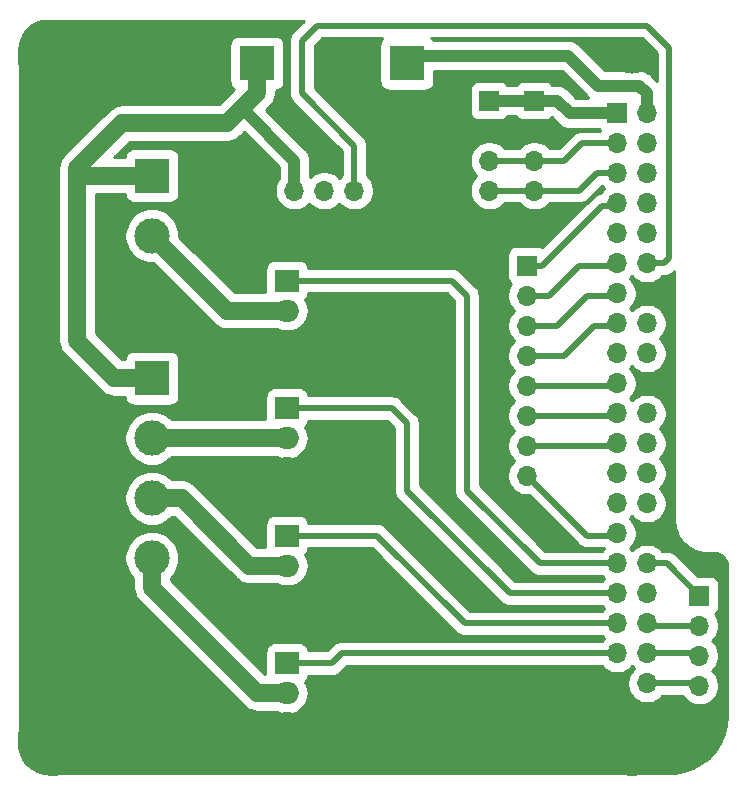
<source format=gbr>
%TF.GenerationSoftware,KiCad,Pcbnew,(5.1.7-0-10_14)*%
%TF.CreationDate,2020-12-04T09:21:46+01:00*%
%TF.ProjectId,pi_hat,70695f68-6174-42e6-9b69-6361645f7063,rev?*%
%TF.SameCoordinates,PX55fe290PY310d5f8*%
%TF.FileFunction,Copper,L2,Bot*%
%TF.FilePolarity,Positive*%
%FSLAX46Y46*%
G04 Gerber Fmt 4.6, Leading zero omitted, Abs format (unit mm)*
G04 Created by KiCad (PCBNEW (5.1.7-0-10_14)) date 2020-12-04 09:21:46*
%MOMM*%
%LPD*%
G01*
G04 APERTURE LIST*
%TA.AperFunction,ComponentPad*%
%ADD10C,3.000000*%
%TD*%
%TA.AperFunction,ComponentPad*%
%ADD11R,3.000000X3.000000*%
%TD*%
%TA.AperFunction,ComponentPad*%
%ADD12O,2.000000X1.905000*%
%TD*%
%TA.AperFunction,ComponentPad*%
%ADD13R,2.000000X1.905000*%
%TD*%
%TA.AperFunction,ComponentPad*%
%ADD14O,1.700000X1.700000*%
%TD*%
%TA.AperFunction,ComponentPad*%
%ADD15R,1.700000X1.700000*%
%TD*%
%TA.AperFunction,ViaPad*%
%ADD16C,3.000000*%
%TD*%
%TA.AperFunction,ViaPad*%
%ADD17C,6.000000*%
%TD*%
%TA.AperFunction,Conductor*%
%ADD18C,0.500000*%
%TD*%
%TA.AperFunction,Conductor*%
%ADD19C,1.000000*%
%TD*%
%TA.AperFunction,Conductor*%
%ADD20C,1.500000*%
%TD*%
%TA.AperFunction,Conductor*%
%ADD21C,0.254000*%
%TD*%
%TA.AperFunction,Conductor*%
%ADD22C,0.100000*%
%TD*%
G04 APERTURE END LIST*
D10*
%TO.P,J9_W_Gnd1,2*%
%TO.N,Net-(J9_W_Gnd1-Pad2)*%
X12065000Y-19050000D03*
D11*
%TO.P,J9_W_Gnd1,1*%
%TO.N,+12V*%
X12065000Y-13970000D03*
%TD*%
D12*
%TO.P,Q4,3*%
%TO.N,GND*%
X23495000Y-27940000D03*
%TO.P,Q4,2*%
%TO.N,Net-(J9_W_Gnd1-Pad2)*%
X23495000Y-25400000D03*
D13*
%TO.P,Q4,1*%
%TO.N,/White*%
X23495000Y-22860000D03*
%TD*%
D12*
%TO.P,Q3,3*%
%TO.N,GND*%
X23495000Y-38735000D03*
%TO.P,Q3,2*%
%TO.N,Net-(J8_RGB_Gnd1-Pad2)*%
X23495000Y-36195000D03*
D13*
%TO.P,Q3,1*%
%TO.N,/Red*%
X23495000Y-33655000D03*
%TD*%
D12*
%TO.P,Q2,3*%
%TO.N,GND*%
X23495000Y-49530000D03*
%TO.P,Q2,2*%
%TO.N,Net-(J8_RGB_Gnd1-Pad3)*%
X23495000Y-46990000D03*
D13*
%TO.P,Q2,1*%
%TO.N,/Green*%
X23495000Y-44450000D03*
%TD*%
D12*
%TO.P,Q1,3*%
%TO.N,GND*%
X23495000Y-60325000D03*
%TO.P,Q1,2*%
%TO.N,Net-(J8_RGB_Gnd1-Pad4)*%
X23495000Y-57785000D03*
D13*
%TO.P,Q1,1*%
%TO.N,/Blue*%
X23495000Y-55245000D03*
%TD*%
D10*
%TO.P,J8_RGB_Gnd1,4*%
%TO.N,Net-(J8_RGB_Gnd1-Pad4)*%
X12065000Y-46355000D03*
D11*
%TO.P,J8_RGB_Gnd1,1*%
%TO.N,+12V*%
X12065000Y-31115000D03*
D10*
%TO.P,J8_RGB_Gnd1,3*%
%TO.N,Net-(J8_RGB_Gnd1-Pad3)*%
X12065000Y-41275000D03*
%TO.P,J8_RGB_Gnd1,2*%
%TO.N,Net-(J8_RGB_Gnd1-Pad2)*%
X12065000Y-36195000D03*
%TD*%
D14*
%TO.P,J7_I2C1,4*%
%TO.N,Net-(J2-Pad5)*%
X40640000Y-15240000D03*
%TO.P,J7_I2C1,3*%
%TO.N,Net-(J2-Pad3)*%
X40640000Y-12700000D03*
%TO.P,J7_I2C1,2*%
%TO.N,GND*%
X40640000Y-10160000D03*
D15*
%TO.P,J7_I2C1,1*%
%TO.N,+3V3*%
X40640000Y-7620000D03*
%TD*%
D14*
%TO.P,J6_Fan1,4*%
%TO.N,Net-(J2-Pad12)*%
X29210000Y-15240000D03*
%TO.P,J6_Fan1,3*%
%TO.N,Net-(J6_Fan1-Pad3)*%
X26670000Y-15240000D03*
%TO.P,J6_Fan1,2*%
%TO.N,+12V*%
X24130000Y-15240000D03*
D15*
%TO.P,J6_Fan1,1*%
%TO.N,GND*%
X21590000Y-15240000D03*
%TD*%
D14*
%TO.P,J5_I2C1,4*%
%TO.N,Net-(J2-Pad5)*%
X44450000Y-15240000D03*
%TO.P,J5_I2C1,3*%
%TO.N,Net-(J2-Pad3)*%
X44450000Y-12700000D03*
%TO.P,J5_I2C1,2*%
%TO.N,GND*%
X44450000Y-10160000D03*
D15*
%TO.P,J5_I2C1,1*%
%TO.N,+3V3*%
X44450000Y-7620000D03*
%TD*%
D14*
%TO.P,J4_GPIO1,4*%
%TO.N,Net-(J2-Pad40)*%
X58420000Y-57150000D03*
%TO.P,J4_GPIO1,3*%
%TO.N,Net-(J2-Pad38)*%
X58420000Y-54610000D03*
%TO.P,J4_GPIO1,2*%
%TO.N,Net-(J2-Pad36)*%
X58420000Y-52070000D03*
D15*
%TO.P,J4_GPIO1,1*%
%TO.N,Net-(J2-Pad32)*%
X58420000Y-49530000D03*
%TD*%
D10*
%TO.P,J3_5Vin1,2*%
%TO.N,GND*%
X28575000Y-4445000D03*
D11*
%TO.P,J3_5Vin1,1*%
%TO.N,+5V*%
X33655000Y-4445000D03*
%TD*%
D14*
%TO.P,J1_ButtonPad1,8*%
%TO.N,Net-(J1_ButtonPad1-Pad8)*%
X43815000Y-39370000D03*
%TO.P,J1_ButtonPad1,7*%
%TO.N,Net-(J1_ButtonPad1-Pad7)*%
X43815000Y-36830000D03*
%TO.P,J1_ButtonPad1,6*%
%TO.N,Net-(J1_ButtonPad1-Pad6)*%
X43815000Y-34290000D03*
%TO.P,J1_ButtonPad1,5*%
%TO.N,Net-(J1_ButtonPad1-Pad5)*%
X43815000Y-31750000D03*
%TO.P,J1_ButtonPad1,4*%
%TO.N,Net-(J1_ButtonPad1-Pad4)*%
X43815000Y-29210000D03*
%TO.P,J1_ButtonPad1,3*%
%TO.N,Net-(J1_ButtonPad1-Pad3)*%
X43815000Y-26670000D03*
%TO.P,J1_ButtonPad1,2*%
%TO.N,Net-(J1_ButtonPad1-Pad2)*%
X43815000Y-24130000D03*
D15*
%TO.P,J1_ButtonPad1,1*%
%TO.N,Net-(J1_ButtonPad1-Pad1)*%
X43815000Y-21590000D03*
%TD*%
D10*
%TO.P,J10_12Vin1,2*%
%TO.N,GND*%
X15875000Y-4445000D03*
D11*
%TO.P,J10_12Vin1,1*%
%TO.N,+12V*%
X20955000Y-4445000D03*
%TD*%
D14*
%TO.P,J2,40*%
%TO.N,Net-(J2-Pad40)*%
X53975000Y-56970000D03*
%TO.P,J2,39*%
%TO.N,GND*%
X51435000Y-56970000D03*
%TO.P,J2,38*%
%TO.N,Net-(J2-Pad38)*%
X53975000Y-54430000D03*
%TO.P,J2,37*%
%TO.N,/Blue*%
X51435000Y-54430000D03*
%TO.P,J2,36*%
%TO.N,Net-(J2-Pad36)*%
X53975000Y-51890000D03*
%TO.P,J2,35*%
%TO.N,/Green*%
X51435000Y-51890000D03*
%TO.P,J2,34*%
%TO.N,Net-(J2-Pad34)*%
X53975000Y-49350000D03*
%TO.P,J2,33*%
%TO.N,/Red*%
X51435000Y-49350000D03*
%TO.P,J2,32*%
%TO.N,Net-(J2-Pad32)*%
X53975000Y-46810000D03*
%TO.P,J2,31*%
%TO.N,/White*%
X51435000Y-46810000D03*
%TO.P,J2,30*%
%TO.N,GND*%
X53975000Y-44270000D03*
%TO.P,J2,29*%
%TO.N,Net-(J1_ButtonPad1-Pad8)*%
X51435000Y-44270000D03*
%TO.P,J2,28*%
%TO.N,Net-(J2-Pad28)*%
X53975000Y-41730000D03*
%TO.P,J2,27*%
%TO.N,Net-(J2-Pad27)*%
X51435000Y-41730000D03*
%TO.P,J2,26*%
%TO.N,Net-(J2-Pad26)*%
X53975000Y-39190000D03*
%TO.P,J2,25*%
%TO.N,Net-(J2-Pad25)*%
X51435000Y-39190000D03*
%TO.P,J2,24*%
%TO.N,Net-(J2-Pad24)*%
X53975000Y-36650000D03*
%TO.P,J2,23*%
%TO.N,Net-(J1_ButtonPad1-Pad7)*%
X51435000Y-36650000D03*
%TO.P,J2,22*%
%TO.N,Net-(J2-Pad22)*%
X53975000Y-34110000D03*
%TO.P,J2,21*%
%TO.N,Net-(J1_ButtonPad1-Pad6)*%
X51435000Y-34110000D03*
%TO.P,J2,20*%
%TO.N,GND*%
X53975000Y-31570000D03*
%TO.P,J2,19*%
%TO.N,Net-(J1_ButtonPad1-Pad5)*%
X51435000Y-31570000D03*
%TO.P,J2,18*%
%TO.N,Net-(J2-Pad18)*%
X53975000Y-29030000D03*
%TO.P,J2,17*%
%TO.N,Net-(J2-Pad17)*%
X51435000Y-29030000D03*
%TO.P,J2,16*%
%TO.N,Net-(J2-Pad16)*%
X53975000Y-26490000D03*
%TO.P,J2,15*%
%TO.N,Net-(J1_ButtonPad1-Pad4)*%
X51435000Y-26490000D03*
%TO.P,J2,14*%
%TO.N,GND*%
X53975000Y-23950000D03*
%TO.P,J2,13*%
%TO.N,Net-(J1_ButtonPad1-Pad3)*%
X51435000Y-23950000D03*
%TO.P,J2,12*%
%TO.N,Net-(J2-Pad12)*%
X53975000Y-21410000D03*
%TO.P,J2,11*%
%TO.N,Net-(J1_ButtonPad1-Pad2)*%
X51435000Y-21410000D03*
%TO.P,J2,10*%
%TO.N,Net-(J2-Pad10)*%
X53975000Y-18870000D03*
%TO.P,J2,9*%
%TO.N,Net-(J2-Pad9)*%
X51435000Y-18870000D03*
%TO.P,J2,8*%
%TO.N,Net-(J2-Pad8)*%
X53975000Y-16330000D03*
%TO.P,J2,7*%
%TO.N,Net-(J1_ButtonPad1-Pad1)*%
X51435000Y-16330000D03*
%TO.P,J2,6*%
%TO.N,Net-(J2-Pad6)*%
X53975000Y-13790000D03*
%TO.P,J2,5*%
%TO.N,Net-(J2-Pad5)*%
X51435000Y-13790000D03*
%TO.P,J2,4*%
%TO.N,Net-(J2-Pad4)*%
X53975000Y-11250000D03*
%TO.P,J2,3*%
%TO.N,Net-(J2-Pad3)*%
X51435000Y-11250000D03*
%TO.P,J2,2*%
%TO.N,+5V*%
X53975000Y-8710000D03*
D15*
%TO.P,J2,1*%
%TO.N,+3V3*%
X51435000Y-8710000D03*
%TD*%
D16*
%TO.N,GND*%
X52705000Y-3810000D03*
D17*
X3705000Y-61810000D03*
X52705000Y-61810000D03*
X3705000Y-3810000D03*
D16*
X29845000Y-60325000D03*
X29845000Y-50165000D03*
X29845000Y-39370000D03*
X29845000Y-28575000D03*
X34925000Y-17780000D03*
%TD*%
D18*
%TO.N,Net-(J2-Pad40)*%
X58240000Y-56970000D02*
X58420000Y-57150000D01*
X54155000Y-56970000D02*
X58240000Y-56970000D01*
X53975000Y-57150000D02*
X54155000Y-56970000D01*
%TO.N,Net-(J2-Pad38)*%
X58240000Y-54430000D02*
X58420000Y-54610000D01*
X54155000Y-54430000D02*
X58240000Y-54430000D01*
X53975000Y-54610000D02*
X54155000Y-54430000D01*
%TO.N,Net-(J1_ButtonPad1-Pad8)*%
X48895000Y-44450000D02*
X43815000Y-39370000D01*
X51435000Y-44450000D02*
X48895000Y-44450000D01*
%TO.N,Net-(J2-Pad36)*%
X53975000Y-52070000D02*
X58420000Y-52070000D01*
%TO.N,Net-(J2-Pad32)*%
X55700000Y-46810000D02*
X58420000Y-49530000D01*
X54155000Y-46810000D02*
X55700000Y-46810000D01*
X53975000Y-46990000D02*
X54155000Y-46810000D01*
%TO.N,Net-(J1_ButtonPad1-Pad7)*%
X51435000Y-36830000D02*
X43815000Y-36830000D01*
%TO.N,Net-(J1_ButtonPad1-Pad6)*%
X51435000Y-34290000D02*
X43815000Y-34290000D01*
%TO.N,Net-(J1_ButtonPad1-Pad5)*%
X51435000Y-31750000D02*
X43815000Y-31750000D01*
D19*
%TO.N,+3V3*%
X40640000Y-7620000D02*
X44450000Y-7620000D01*
X44450000Y-7620000D02*
X46355000Y-7620000D01*
X47445000Y-8710000D02*
X51435000Y-8710000D01*
X46355000Y-7620000D02*
X47445000Y-8710000D01*
D18*
%TO.N,Net-(J1_ButtonPad1-Pad4)*%
X51435000Y-26670000D02*
X49530000Y-26670000D01*
X46990000Y-29210000D02*
X43815000Y-29210000D01*
X49530000Y-26670000D02*
X46990000Y-29210000D01*
%TO.N,Net-(J1_ButtonPad1-Pad3)*%
X51435000Y-24130000D02*
X48895000Y-24130000D01*
X46355000Y-26670000D02*
X43815000Y-26670000D01*
X48895000Y-24130000D02*
X46355000Y-26670000D01*
%TO.N,Net-(J2-Pad12)*%
X24765000Y-6985000D02*
X29210000Y-11430000D01*
X24765000Y-2540000D02*
X24765000Y-6985000D01*
X53975000Y-21410000D02*
X55425000Y-21410000D01*
X53975000Y-1270000D02*
X26035000Y-1270000D01*
X29210000Y-11430000D02*
X29210000Y-15240000D01*
X26035000Y-1270000D02*
X24765000Y-2540000D01*
X55880000Y-3175000D02*
X53975000Y-1270000D01*
X55880000Y-20955000D02*
X55880000Y-3175000D01*
X55425000Y-21410000D02*
X55880000Y-20955000D01*
%TO.N,Net-(J1_ButtonPad1-Pad2)*%
X48260000Y-21590000D02*
X51435000Y-21590000D01*
X45720000Y-24130000D02*
X48260000Y-21590000D01*
X43815000Y-24130000D02*
X45720000Y-24130000D01*
%TO.N,Net-(J1_ButtonPad1-Pad1)*%
X50165000Y-16510000D02*
X51435000Y-16510000D01*
X45085000Y-21590000D02*
X50165000Y-16510000D01*
X43815000Y-21590000D02*
X45085000Y-21590000D01*
%TO.N,Net-(J2-Pad5)*%
X40640000Y-15240000D02*
X44450000Y-15240000D01*
X51435000Y-13790000D02*
X49710000Y-13790000D01*
X48260000Y-15240000D02*
X44450000Y-15240000D01*
X49710000Y-13790000D02*
X48260000Y-15240000D01*
%TO.N,Net-(J2-Pad3)*%
X40640000Y-12700000D02*
X44450000Y-12700000D01*
X46990000Y-12700000D02*
X44450000Y-12700000D01*
X48440000Y-11250000D02*
X46990000Y-12700000D01*
X51435000Y-11250000D02*
X48440000Y-11250000D01*
D19*
%TO.N,+5V*%
X34290000Y-3810000D02*
X33655000Y-4445000D01*
X47307500Y-3810000D02*
X34290000Y-3810000D01*
X49847500Y-6350000D02*
X47307500Y-3810000D01*
X53340000Y-6350000D02*
X49847500Y-6350000D01*
X53975000Y-6985000D02*
X53340000Y-6350000D01*
X53975000Y-8890000D02*
X53975000Y-6985000D01*
D20*
%TO.N,+12V*%
X20955000Y-6985000D02*
X20955000Y-4445000D01*
D19*
X24130000Y-12700000D02*
X19685000Y-8255000D01*
X24130000Y-15240000D02*
X24130000Y-12700000D01*
D20*
X19685000Y-8255000D02*
X20955000Y-6985000D01*
X12065000Y-13970000D02*
X5715000Y-13970000D01*
X18415000Y-9525000D02*
X19685000Y-8255000D01*
X5715000Y-13335000D02*
X9525000Y-9525000D01*
X8890000Y-31115000D02*
X5715000Y-27940000D01*
X9525000Y-9525000D02*
X18415000Y-9525000D01*
X5715000Y-27940000D02*
X5715000Y-13335000D01*
X12065000Y-31115000D02*
X8890000Y-31115000D01*
%TO.N,Net-(J8_RGB_Gnd1-Pad4)*%
X20995000Y-57785000D02*
X23495000Y-57785000D01*
X12065000Y-48855000D02*
X20995000Y-57785000D01*
X12065000Y-46355000D02*
X12065000Y-48855000D01*
%TO.N,Net-(J8_RGB_Gnd1-Pad3)*%
X21832498Y-46990000D02*
X23495000Y-46990000D01*
X20320000Y-46990000D02*
X21832498Y-46990000D01*
X14605000Y-41275000D02*
X20320000Y-46990000D01*
X12065000Y-41275000D02*
X14605000Y-41275000D01*
%TO.N,Net-(J8_RGB_Gnd1-Pad2)*%
X20955000Y-36195000D02*
X23495000Y-36195000D01*
X12065000Y-36195000D02*
X20955000Y-36195000D01*
%TO.N,Net-(J9_W_Gnd1-Pad2)*%
X13970000Y-20955000D02*
X12065000Y-19050000D01*
X18415000Y-25400000D02*
X13970000Y-20955000D01*
X23495000Y-25400000D02*
X18415000Y-25400000D01*
D18*
%TO.N,/Blue*%
X27305000Y-55245000D02*
X23495000Y-55245000D01*
X28120000Y-54430000D02*
X27305000Y-55245000D01*
X51435000Y-54430000D02*
X28120000Y-54430000D01*
%TO.N,/Green*%
X51255000Y-51890000D02*
X51435000Y-52070000D01*
X31115000Y-44450000D02*
X38555000Y-51890000D01*
X38555000Y-51890000D02*
X51255000Y-51890000D01*
X23495000Y-44450000D02*
X31115000Y-44450000D01*
%TO.N,/Red*%
X32385000Y-33655000D02*
X23495000Y-33655000D01*
X33655000Y-34925000D02*
X32385000Y-33655000D01*
X42365000Y-49350000D02*
X33655000Y-40640000D01*
X33655000Y-40640000D02*
X33655000Y-34925000D01*
X51255000Y-49350000D02*
X42365000Y-49350000D01*
X51435000Y-49530000D02*
X51255000Y-49350000D01*
%TO.N,/White*%
X51255000Y-46810000D02*
X51435000Y-46990000D01*
X23495000Y-22860000D02*
X37465000Y-22860000D01*
X44905000Y-46810000D02*
X51255000Y-46810000D01*
X37465000Y-22860000D02*
X38735000Y-24130000D01*
X38735000Y-40640000D02*
X44905000Y-46810000D01*
X38735000Y-24130000D02*
X38735000Y-40640000D01*
%TD*%
D21*
%TO.N,GND*%
X24040865Y-1741028D02*
X23999761Y-1774761D01*
X23865174Y-1938756D01*
X23765167Y-2125857D01*
X23703583Y-2328872D01*
X23688000Y-2487091D01*
X23682789Y-2540000D01*
X23688000Y-2592907D01*
X23688001Y-6932083D01*
X23682789Y-6985000D01*
X23703584Y-7196129D01*
X23765168Y-7399144D01*
X23865175Y-7586244D01*
X23999762Y-7750239D01*
X24040861Y-7783968D01*
X28133000Y-11876108D01*
X28133001Y-13945363D01*
X27940000Y-14138364D01*
X27739025Y-13937389D01*
X27464357Y-13753862D01*
X27159163Y-13627446D01*
X26835170Y-13563000D01*
X26504830Y-13563000D01*
X26180837Y-13627446D01*
X25875643Y-13753862D01*
X25600975Y-13937389D01*
X25457000Y-14081364D01*
X25457000Y-12765173D01*
X25463419Y-12699999D01*
X25457000Y-12634825D01*
X25457000Y-12634816D01*
X25437799Y-12439863D01*
X25361919Y-12189722D01*
X25238698Y-11959192D01*
X25238697Y-11959190D01*
X25114422Y-11807761D01*
X25114421Y-11807760D01*
X25072870Y-11757130D01*
X25022240Y-11715579D01*
X21738437Y-8431777D01*
X22015328Y-8154887D01*
X22075503Y-8105503D01*
X22272572Y-7865373D01*
X22419007Y-7591412D01*
X22509182Y-7294146D01*
X22532000Y-7062469D01*
X22532000Y-7062468D01*
X22539630Y-6985001D01*
X22532000Y-6907534D01*
X22532000Y-6768417D01*
X22617120Y-6760034D01*
X22773010Y-6712745D01*
X22916679Y-6635952D01*
X23042606Y-6532606D01*
X23145952Y-6406679D01*
X23222745Y-6263010D01*
X23270034Y-6107120D01*
X23286001Y-5945000D01*
X23286001Y-2945000D01*
X23270034Y-2782880D01*
X23222745Y-2626990D01*
X23145952Y-2483321D01*
X23042606Y-2357394D01*
X22916679Y-2254048D01*
X22773010Y-2177255D01*
X22617120Y-2129966D01*
X22455000Y-2113999D01*
X19455000Y-2113999D01*
X19292880Y-2129966D01*
X19136990Y-2177255D01*
X18993321Y-2254048D01*
X18867394Y-2357394D01*
X18764048Y-2483321D01*
X18687255Y-2626990D01*
X18639966Y-2782880D01*
X18623999Y-2945000D01*
X18623999Y-5945000D01*
X18639966Y-6107120D01*
X18687255Y-6263010D01*
X18764048Y-6406679D01*
X18867394Y-6532606D01*
X18993321Y-6635952D01*
X19045789Y-6663997D01*
X18624676Y-7085110D01*
X18624671Y-7085114D01*
X17761786Y-7948000D01*
X9602469Y-7948000D01*
X9525000Y-7940370D01*
X9215853Y-7970818D01*
X8918588Y-8060993D01*
X8644626Y-8207428D01*
X8540603Y-8292798D01*
X8404497Y-8404497D01*
X8355113Y-8464672D01*
X4654674Y-12165112D01*
X4594498Y-12214497D01*
X4499851Y-12329825D01*
X4397429Y-12454627D01*
X4250993Y-12728589D01*
X4160819Y-13025854D01*
X4130370Y-13335000D01*
X4138001Y-13412477D01*
X4138001Y-13892521D01*
X4130370Y-13970000D01*
X4138001Y-14047479D01*
X4138000Y-27862533D01*
X4130370Y-27940000D01*
X4138000Y-28017467D01*
X4138000Y-28017468D01*
X4160818Y-28249145D01*
X4250993Y-28546411D01*
X4397428Y-28820372D01*
X4594497Y-29060503D01*
X4654678Y-29109893D01*
X7720112Y-32175327D01*
X7769497Y-32235503D01*
X8009627Y-32432572D01*
X8283588Y-32579007D01*
X8580854Y-32669182D01*
X8812531Y-32692000D01*
X8812532Y-32692000D01*
X8889999Y-32699630D01*
X8967466Y-32692000D01*
X9741583Y-32692000D01*
X9749966Y-32777120D01*
X9797255Y-32933010D01*
X9874048Y-33076679D01*
X9977394Y-33202606D01*
X10103321Y-33305952D01*
X10246990Y-33382745D01*
X10402880Y-33430034D01*
X10565000Y-33446001D01*
X13565000Y-33446001D01*
X13727120Y-33430034D01*
X13883010Y-33382745D01*
X14026679Y-33305952D01*
X14152606Y-33202606D01*
X14255952Y-33076679D01*
X14332745Y-32933010D01*
X14380034Y-32777120D01*
X14396001Y-32615000D01*
X14396001Y-29615000D01*
X14380034Y-29452880D01*
X14332745Y-29296990D01*
X14255952Y-29153321D01*
X14152606Y-29027394D01*
X14026679Y-28924048D01*
X13883010Y-28847255D01*
X13727120Y-28799966D01*
X13565000Y-28783999D01*
X10565000Y-28783999D01*
X10402880Y-28799966D01*
X10246990Y-28847255D01*
X10103321Y-28924048D01*
X9977394Y-29027394D01*
X9874048Y-29153321D01*
X9797255Y-29296990D01*
X9749966Y-29452880D01*
X9741583Y-29538000D01*
X9543215Y-29538000D01*
X7292000Y-27286786D01*
X7292000Y-15547000D01*
X9741583Y-15547000D01*
X9749966Y-15632120D01*
X9797255Y-15788010D01*
X9874048Y-15931679D01*
X9977394Y-16057606D01*
X10103321Y-16160952D01*
X10246990Y-16237745D01*
X10402880Y-16285034D01*
X10565000Y-16301001D01*
X13565000Y-16301001D01*
X13727120Y-16285034D01*
X13883010Y-16237745D01*
X14026679Y-16160952D01*
X14152606Y-16057606D01*
X14255952Y-15931679D01*
X14332745Y-15788010D01*
X14380034Y-15632120D01*
X14396001Y-15470000D01*
X14396001Y-12470000D01*
X14380034Y-12307880D01*
X14332745Y-12151990D01*
X14255952Y-12008321D01*
X14152606Y-11882394D01*
X14026679Y-11779048D01*
X13883010Y-11702255D01*
X13727120Y-11654966D01*
X13565000Y-11638999D01*
X10565000Y-11638999D01*
X10402880Y-11654966D01*
X10246990Y-11702255D01*
X10103321Y-11779048D01*
X9977394Y-11882394D01*
X9874048Y-12008321D01*
X9797255Y-12151990D01*
X9749966Y-12307880D01*
X9741583Y-12393000D01*
X8887215Y-12393000D01*
X10178215Y-11102000D01*
X18337533Y-11102000D01*
X18415000Y-11109630D01*
X18492467Y-11102000D01*
X18492469Y-11102000D01*
X18724146Y-11079182D01*
X19021412Y-10989007D01*
X19295373Y-10842572D01*
X19535503Y-10645503D01*
X19584892Y-10585322D01*
X19861777Y-10308437D01*
X22803001Y-13249662D01*
X22803000Y-14207475D01*
X22643862Y-14445643D01*
X22517446Y-14750837D01*
X22453000Y-15074830D01*
X22453000Y-15405170D01*
X22517446Y-15729163D01*
X22643862Y-16034357D01*
X22827389Y-16309025D01*
X23060975Y-16542611D01*
X23335643Y-16726138D01*
X23640837Y-16852554D01*
X23964830Y-16917000D01*
X24295170Y-16917000D01*
X24619163Y-16852554D01*
X24924357Y-16726138D01*
X25199025Y-16542611D01*
X25400000Y-16341636D01*
X25600975Y-16542611D01*
X25875643Y-16726138D01*
X26180837Y-16852554D01*
X26504830Y-16917000D01*
X26835170Y-16917000D01*
X27159163Y-16852554D01*
X27464357Y-16726138D01*
X27739025Y-16542611D01*
X27940000Y-16341636D01*
X28140975Y-16542611D01*
X28415643Y-16726138D01*
X28720837Y-16852554D01*
X29044830Y-16917000D01*
X29375170Y-16917000D01*
X29699163Y-16852554D01*
X30004357Y-16726138D01*
X30279025Y-16542611D01*
X30512611Y-16309025D01*
X30696138Y-16034357D01*
X30822554Y-15729163D01*
X30887000Y-15405170D01*
X30887000Y-15074830D01*
X30822554Y-14750837D01*
X30696138Y-14445643D01*
X30512611Y-14170975D01*
X30287000Y-13945364D01*
X30287000Y-11482906D01*
X30292211Y-11429999D01*
X30285965Y-11366580D01*
X30271417Y-11218871D01*
X30209833Y-11015856D01*
X30109826Y-10828756D01*
X29975239Y-10664761D01*
X29934140Y-10631032D01*
X25842000Y-6538893D01*
X25842000Y-2986107D01*
X26481108Y-2347000D01*
X31580059Y-2347000D01*
X31567394Y-2357394D01*
X31464048Y-2483321D01*
X31387255Y-2626990D01*
X31339966Y-2782880D01*
X31323999Y-2945000D01*
X31323999Y-5945000D01*
X31339966Y-6107120D01*
X31387255Y-6263010D01*
X31464048Y-6406679D01*
X31567394Y-6532606D01*
X31693321Y-6635952D01*
X31836990Y-6712745D01*
X31992880Y-6760034D01*
X32155000Y-6776001D01*
X35155000Y-6776001D01*
X35317120Y-6760034D01*
X35473010Y-6712745D01*
X35616679Y-6635952D01*
X35742606Y-6532606D01*
X35845952Y-6406679D01*
X35922745Y-6263010D01*
X35970034Y-6107120D01*
X35986001Y-5945000D01*
X35986001Y-5137000D01*
X46757840Y-5137000D01*
X48863077Y-7242238D01*
X48904630Y-7292870D01*
X48955260Y-7334421D01*
X48955261Y-7334422D01*
X49014453Y-7383000D01*
X47994661Y-7383000D01*
X47339425Y-6727765D01*
X47297870Y-6677130D01*
X47095808Y-6511302D01*
X46865278Y-6388081D01*
X46615137Y-6312201D01*
X46420184Y-6293000D01*
X46420174Y-6293000D01*
X46355000Y-6286581D01*
X46289826Y-6293000D01*
X45978378Y-6293000D01*
X45887606Y-6182394D01*
X45761679Y-6079048D01*
X45618010Y-6002255D01*
X45462120Y-5954966D01*
X45300000Y-5938999D01*
X43600000Y-5938999D01*
X43437880Y-5954966D01*
X43281990Y-6002255D01*
X43138321Y-6079048D01*
X43012394Y-6182394D01*
X42921622Y-6293000D01*
X42168378Y-6293000D01*
X42077606Y-6182394D01*
X41951679Y-6079048D01*
X41808010Y-6002255D01*
X41652120Y-5954966D01*
X41490000Y-5938999D01*
X39790000Y-5938999D01*
X39627880Y-5954966D01*
X39471990Y-6002255D01*
X39328321Y-6079048D01*
X39202394Y-6182394D01*
X39099048Y-6308321D01*
X39022255Y-6451990D01*
X38974966Y-6607880D01*
X38958999Y-6770000D01*
X38958999Y-8470000D01*
X38974966Y-8632120D01*
X39022255Y-8788010D01*
X39099048Y-8931679D01*
X39202394Y-9057606D01*
X39328321Y-9160952D01*
X39471990Y-9237745D01*
X39627880Y-9285034D01*
X39790000Y-9301001D01*
X41490000Y-9301001D01*
X41652120Y-9285034D01*
X41808010Y-9237745D01*
X41951679Y-9160952D01*
X42077606Y-9057606D01*
X42168378Y-8947000D01*
X42921622Y-8947000D01*
X43012394Y-9057606D01*
X43138321Y-9160952D01*
X43281990Y-9237745D01*
X43437880Y-9285034D01*
X43600000Y-9301001D01*
X45300000Y-9301001D01*
X45462120Y-9285034D01*
X45618010Y-9237745D01*
X45761679Y-9160952D01*
X45887606Y-9057606D01*
X45900380Y-9042041D01*
X46460579Y-9602240D01*
X46502130Y-9652870D01*
X46552760Y-9694421D01*
X46552761Y-9694422D01*
X46704191Y-9818698D01*
X46934722Y-9941919D01*
X47184863Y-10017799D01*
X47379816Y-10037000D01*
X47379826Y-10037000D01*
X47445000Y-10043419D01*
X47510174Y-10037000D01*
X49906622Y-10037000D01*
X49997394Y-10147606D01*
X50028337Y-10173000D01*
X48492909Y-10173000D01*
X48440000Y-10167789D01*
X48228870Y-10188583D01*
X48167286Y-10207265D01*
X48025856Y-10250167D01*
X47938762Y-10296720D01*
X47838755Y-10350174D01*
X47793883Y-10387000D01*
X47674761Y-10484761D01*
X47641032Y-10525860D01*
X46543893Y-11623000D01*
X45744636Y-11623000D01*
X45519025Y-11397389D01*
X45244357Y-11213862D01*
X44939163Y-11087446D01*
X44615170Y-11023000D01*
X44284830Y-11023000D01*
X43960837Y-11087446D01*
X43655643Y-11213862D01*
X43380975Y-11397389D01*
X43155364Y-11623000D01*
X41934636Y-11623000D01*
X41709025Y-11397389D01*
X41434357Y-11213862D01*
X41129163Y-11087446D01*
X40805170Y-11023000D01*
X40474830Y-11023000D01*
X40150837Y-11087446D01*
X39845643Y-11213862D01*
X39570975Y-11397389D01*
X39337389Y-11630975D01*
X39153862Y-11905643D01*
X39027446Y-12210837D01*
X38963000Y-12534830D01*
X38963000Y-12865170D01*
X39027446Y-13189163D01*
X39153862Y-13494357D01*
X39337389Y-13769025D01*
X39538364Y-13970000D01*
X39337389Y-14170975D01*
X39153862Y-14445643D01*
X39027446Y-14750837D01*
X38963000Y-15074830D01*
X38963000Y-15405170D01*
X39027446Y-15729163D01*
X39153862Y-16034357D01*
X39337389Y-16309025D01*
X39570975Y-16542611D01*
X39845643Y-16726138D01*
X40150837Y-16852554D01*
X40474830Y-16917000D01*
X40805170Y-16917000D01*
X41129163Y-16852554D01*
X41434357Y-16726138D01*
X41709025Y-16542611D01*
X41934636Y-16317000D01*
X43155364Y-16317000D01*
X43380975Y-16542611D01*
X43655643Y-16726138D01*
X43960837Y-16852554D01*
X44284830Y-16917000D01*
X44615170Y-16917000D01*
X44939163Y-16852554D01*
X45244357Y-16726138D01*
X45519025Y-16542611D01*
X45744636Y-16317000D01*
X48207093Y-16317000D01*
X48260000Y-16322211D01*
X48312907Y-16317000D01*
X48312909Y-16317000D01*
X48471129Y-16301417D01*
X48674144Y-16239833D01*
X48861244Y-16139826D01*
X49025239Y-16005239D01*
X49058972Y-15964135D01*
X50148236Y-14874872D01*
X50333364Y-15060000D01*
X50132389Y-15260975D01*
X50010779Y-15442978D01*
X49953871Y-15448583D01*
X49750856Y-15510167D01*
X49563756Y-15610174D01*
X49399761Y-15744761D01*
X49366032Y-15785860D01*
X45111147Y-20040746D01*
X44983010Y-19972255D01*
X44827120Y-19924966D01*
X44665000Y-19908999D01*
X42965000Y-19908999D01*
X42802880Y-19924966D01*
X42646990Y-19972255D01*
X42503321Y-20049048D01*
X42377394Y-20152394D01*
X42274048Y-20278321D01*
X42197255Y-20421990D01*
X42149966Y-20577880D01*
X42133999Y-20740000D01*
X42133999Y-22440000D01*
X42149966Y-22602120D01*
X42197255Y-22758010D01*
X42274048Y-22901679D01*
X42377394Y-23027606D01*
X42478980Y-23110976D01*
X42328862Y-23335643D01*
X42202446Y-23640837D01*
X42138000Y-23964830D01*
X42138000Y-24295170D01*
X42202446Y-24619163D01*
X42328862Y-24924357D01*
X42512389Y-25199025D01*
X42713364Y-25400000D01*
X42512389Y-25600975D01*
X42328862Y-25875643D01*
X42202446Y-26180837D01*
X42138000Y-26504830D01*
X42138000Y-26835170D01*
X42202446Y-27159163D01*
X42328862Y-27464357D01*
X42512389Y-27739025D01*
X42713364Y-27940000D01*
X42512389Y-28140975D01*
X42328862Y-28415643D01*
X42202446Y-28720837D01*
X42138000Y-29044830D01*
X42138000Y-29375170D01*
X42202446Y-29699163D01*
X42328862Y-30004357D01*
X42512389Y-30279025D01*
X42713364Y-30480000D01*
X42512389Y-30680975D01*
X42328862Y-30955643D01*
X42202446Y-31260837D01*
X42138000Y-31584830D01*
X42138000Y-31915170D01*
X42202446Y-32239163D01*
X42328862Y-32544357D01*
X42512389Y-32819025D01*
X42713364Y-33020000D01*
X42512389Y-33220975D01*
X42328862Y-33495643D01*
X42202446Y-33800837D01*
X42138000Y-34124830D01*
X42138000Y-34455170D01*
X42202446Y-34779163D01*
X42328862Y-35084357D01*
X42512389Y-35359025D01*
X42713364Y-35560000D01*
X42512389Y-35760975D01*
X42328862Y-36035643D01*
X42202446Y-36340837D01*
X42138000Y-36664830D01*
X42138000Y-36995170D01*
X42202446Y-37319163D01*
X42328862Y-37624357D01*
X42512389Y-37899025D01*
X42713364Y-38100000D01*
X42512389Y-38300975D01*
X42328862Y-38575643D01*
X42202446Y-38880837D01*
X42138000Y-39204830D01*
X42138000Y-39535170D01*
X42202446Y-39859163D01*
X42328862Y-40164357D01*
X42512389Y-40439025D01*
X42745975Y-40672611D01*
X43020643Y-40856138D01*
X43325837Y-40982554D01*
X43649830Y-41047000D01*
X43968893Y-41047000D01*
X48096032Y-45174140D01*
X48129761Y-45215239D01*
X48293756Y-45349826D01*
X48480856Y-45449833D01*
X48683871Y-45511417D01*
X48842091Y-45527000D01*
X48842093Y-45527000D01*
X48895000Y-45532211D01*
X48947907Y-45527000D01*
X50320364Y-45527000D01*
X50333364Y-45540000D01*
X50140364Y-45733000D01*
X45351108Y-45733000D01*
X39812000Y-40193893D01*
X39812000Y-24182906D01*
X39817211Y-24129999D01*
X39812000Y-24077091D01*
X39796417Y-23918871D01*
X39734833Y-23715856D01*
X39634826Y-23528756D01*
X39500239Y-23364761D01*
X39459140Y-23331032D01*
X38263972Y-22135865D01*
X38230239Y-22094761D01*
X38066244Y-21960174D01*
X37879144Y-21860167D01*
X37676129Y-21798583D01*
X37517909Y-21783000D01*
X37517907Y-21783000D01*
X37465000Y-21777789D01*
X37412093Y-21783000D01*
X25313739Y-21783000D01*
X25310034Y-21745380D01*
X25262745Y-21589490D01*
X25185952Y-21445821D01*
X25082606Y-21319894D01*
X24956679Y-21216548D01*
X24813010Y-21139755D01*
X24657120Y-21092466D01*
X24495000Y-21076499D01*
X22495000Y-21076499D01*
X22332880Y-21092466D01*
X22176990Y-21139755D01*
X22033321Y-21216548D01*
X21907394Y-21319894D01*
X21804048Y-21445821D01*
X21727255Y-21589490D01*
X21679966Y-21745380D01*
X21663999Y-21907500D01*
X21663999Y-23812500D01*
X21665033Y-23823000D01*
X19068215Y-23823000D01*
X15139890Y-19894676D01*
X15139886Y-19894671D01*
X14392000Y-19146785D01*
X14392000Y-18820811D01*
X14302574Y-18371239D01*
X14127160Y-17947752D01*
X13872499Y-17566624D01*
X13548376Y-17242501D01*
X13167248Y-16987840D01*
X12743761Y-16812426D01*
X12294189Y-16723000D01*
X11835811Y-16723000D01*
X11386239Y-16812426D01*
X10962752Y-16987840D01*
X10581624Y-17242501D01*
X10257501Y-17566624D01*
X10002840Y-17947752D01*
X9827426Y-18371239D01*
X9738000Y-18820811D01*
X9738000Y-19279189D01*
X9827426Y-19728761D01*
X10002840Y-20152248D01*
X10257501Y-20533376D01*
X10581624Y-20857499D01*
X10962752Y-21112160D01*
X11386239Y-21287574D01*
X11835811Y-21377000D01*
X12161785Y-21377000D01*
X12909671Y-22124886D01*
X12909676Y-22124890D01*
X17245112Y-26460327D01*
X17294497Y-26520503D01*
X17534627Y-26717572D01*
X17808588Y-26864007D01*
X18105854Y-26954182D01*
X18337531Y-26977000D01*
X18337532Y-26977000D01*
X18414999Y-26984630D01*
X18492466Y-26977000D01*
X22622908Y-26977000D01*
X22763220Y-27051998D01*
X23098657Y-27153752D01*
X23360081Y-27179500D01*
X23629919Y-27179500D01*
X23891343Y-27153752D01*
X24226780Y-27051998D01*
X24535921Y-26886759D01*
X24806885Y-26664385D01*
X25029259Y-26393421D01*
X25194498Y-26084280D01*
X25296252Y-25748843D01*
X25330610Y-25400000D01*
X25296252Y-25051157D01*
X25194498Y-24715720D01*
X25043120Y-24432511D01*
X25082606Y-24400106D01*
X25185952Y-24274179D01*
X25262745Y-24130510D01*
X25310034Y-23974620D01*
X25313739Y-23937000D01*
X37018893Y-23937000D01*
X37658000Y-24576108D01*
X37658001Y-40587083D01*
X37652789Y-40640000D01*
X37668800Y-40802554D01*
X37673584Y-40851129D01*
X37735168Y-41054144D01*
X37835175Y-41241244D01*
X37969762Y-41405239D01*
X38010861Y-41438968D01*
X44106032Y-47534140D01*
X44139761Y-47575239D01*
X44180858Y-47608966D01*
X44303755Y-47709826D01*
X44349914Y-47734498D01*
X44490856Y-47809833D01*
X44619969Y-47848999D01*
X44693870Y-47871417D01*
X44905000Y-47892211D01*
X44957909Y-47887000D01*
X50140364Y-47887000D01*
X50333364Y-48080000D01*
X50140364Y-48273000D01*
X42811108Y-48273000D01*
X34732000Y-40193893D01*
X34732000Y-34977906D01*
X34737211Y-34924999D01*
X34732000Y-34872091D01*
X34716417Y-34713871D01*
X34654833Y-34510856D01*
X34554826Y-34323756D01*
X34420239Y-34159761D01*
X34379140Y-34126032D01*
X33183972Y-32930865D01*
X33150239Y-32889761D01*
X32986244Y-32755174D01*
X32799144Y-32655167D01*
X32596129Y-32593583D01*
X32437909Y-32578000D01*
X32437907Y-32578000D01*
X32385000Y-32572789D01*
X32332093Y-32578000D01*
X25313739Y-32578000D01*
X25310034Y-32540380D01*
X25262745Y-32384490D01*
X25185952Y-32240821D01*
X25082606Y-32114894D01*
X24956679Y-32011548D01*
X24813010Y-31934755D01*
X24657120Y-31887466D01*
X24495000Y-31871499D01*
X22495000Y-31871499D01*
X22332880Y-31887466D01*
X22176990Y-31934755D01*
X22033321Y-32011548D01*
X21907394Y-32114894D01*
X21804048Y-32240821D01*
X21727255Y-32384490D01*
X21679966Y-32540380D01*
X21663999Y-32702500D01*
X21663999Y-34607500D01*
X21665033Y-34618000D01*
X13778875Y-34618000D01*
X13548376Y-34387501D01*
X13167248Y-34132840D01*
X12743761Y-33957426D01*
X12294189Y-33868000D01*
X11835811Y-33868000D01*
X11386239Y-33957426D01*
X10962752Y-34132840D01*
X10581624Y-34387501D01*
X10257501Y-34711624D01*
X10002840Y-35092752D01*
X9827426Y-35516239D01*
X9738000Y-35965811D01*
X9738000Y-36424189D01*
X9827426Y-36873761D01*
X10002840Y-37297248D01*
X10257501Y-37678376D01*
X10581624Y-38002499D01*
X10962752Y-38257160D01*
X11386239Y-38432574D01*
X11835811Y-38522000D01*
X12294189Y-38522000D01*
X12743761Y-38432574D01*
X13167248Y-38257160D01*
X13548376Y-38002499D01*
X13778875Y-37772000D01*
X22622908Y-37772000D01*
X22763220Y-37846998D01*
X23098657Y-37948752D01*
X23360081Y-37974500D01*
X23629919Y-37974500D01*
X23891343Y-37948752D01*
X24226780Y-37846998D01*
X24535921Y-37681759D01*
X24806885Y-37459385D01*
X25029259Y-37188421D01*
X25194498Y-36879280D01*
X25296252Y-36543843D01*
X25330610Y-36195000D01*
X25296252Y-35846157D01*
X25194498Y-35510720D01*
X25043120Y-35227511D01*
X25082606Y-35195106D01*
X25185952Y-35069179D01*
X25262745Y-34925510D01*
X25310034Y-34769620D01*
X25313739Y-34732000D01*
X31938893Y-34732000D01*
X32578001Y-35371109D01*
X32578000Y-40587093D01*
X32572789Y-40640000D01*
X32578000Y-40692907D01*
X32578000Y-40692908D01*
X32593583Y-40851128D01*
X32655167Y-41054143D01*
X32755174Y-41241244D01*
X32889761Y-41405239D01*
X32930866Y-41438973D01*
X41566032Y-50074140D01*
X41599761Y-50115239D01*
X41763756Y-50249826D01*
X41950856Y-50349833D01*
X42153871Y-50411417D01*
X42312091Y-50427000D01*
X42312092Y-50427000D01*
X42364999Y-50432211D01*
X42417906Y-50427000D01*
X50140364Y-50427000D01*
X50333364Y-50620000D01*
X50140364Y-50813000D01*
X39001108Y-50813000D01*
X31913973Y-43725866D01*
X31880239Y-43684761D01*
X31716244Y-43550174D01*
X31529144Y-43450167D01*
X31326129Y-43388583D01*
X31167909Y-43373000D01*
X31167907Y-43373000D01*
X31115000Y-43367789D01*
X31062093Y-43373000D01*
X25313739Y-43373000D01*
X25310034Y-43335380D01*
X25262745Y-43179490D01*
X25185952Y-43035821D01*
X25082606Y-42909894D01*
X24956679Y-42806548D01*
X24813010Y-42729755D01*
X24657120Y-42682466D01*
X24495000Y-42666499D01*
X22495000Y-42666499D01*
X22332880Y-42682466D01*
X22176990Y-42729755D01*
X22033321Y-42806548D01*
X21907394Y-42909894D01*
X21804048Y-43035821D01*
X21727255Y-43179490D01*
X21679966Y-43335380D01*
X21663999Y-43497500D01*
X21663999Y-45402500D01*
X21665033Y-45413000D01*
X20973215Y-45413000D01*
X15774893Y-40214679D01*
X15725503Y-40154497D01*
X15485373Y-39957428D01*
X15211412Y-39810993D01*
X14914146Y-39720818D01*
X14682469Y-39698000D01*
X14682467Y-39698000D01*
X14605000Y-39690370D01*
X14527533Y-39698000D01*
X13778875Y-39698000D01*
X13548376Y-39467501D01*
X13167248Y-39212840D01*
X12743761Y-39037426D01*
X12294189Y-38948000D01*
X11835811Y-38948000D01*
X11386239Y-39037426D01*
X10962752Y-39212840D01*
X10581624Y-39467501D01*
X10257501Y-39791624D01*
X10002840Y-40172752D01*
X9827426Y-40596239D01*
X9738000Y-41045811D01*
X9738000Y-41504189D01*
X9827426Y-41953761D01*
X10002840Y-42377248D01*
X10257501Y-42758376D01*
X10581624Y-43082499D01*
X10962752Y-43337160D01*
X11386239Y-43512574D01*
X11835811Y-43602000D01*
X12294189Y-43602000D01*
X12743761Y-43512574D01*
X13167248Y-43337160D01*
X13548376Y-43082499D01*
X13778875Y-42852000D01*
X13951786Y-42852000D01*
X19150112Y-48050327D01*
X19199497Y-48110503D01*
X19259671Y-48159886D01*
X19439626Y-48307572D01*
X19541436Y-48361990D01*
X19713588Y-48454007D01*
X19822351Y-48487000D01*
X20010853Y-48544182D01*
X20320000Y-48574630D01*
X20397469Y-48567000D01*
X22622908Y-48567000D01*
X22763220Y-48641998D01*
X23098657Y-48743752D01*
X23360081Y-48769500D01*
X23629919Y-48769500D01*
X23891343Y-48743752D01*
X24226780Y-48641998D01*
X24535921Y-48476759D01*
X24806885Y-48254385D01*
X25029259Y-47983421D01*
X25194498Y-47674280D01*
X25296252Y-47338843D01*
X25330610Y-46990000D01*
X25296252Y-46641157D01*
X25194498Y-46305720D01*
X25043120Y-46022511D01*
X25082606Y-45990106D01*
X25185952Y-45864179D01*
X25262745Y-45720510D01*
X25310034Y-45564620D01*
X25313739Y-45527000D01*
X30668893Y-45527000D01*
X37756032Y-52614140D01*
X37789761Y-52655239D01*
X37953756Y-52789826D01*
X38140856Y-52889833D01*
X38343871Y-52951417D01*
X38502091Y-52967000D01*
X38502093Y-52967000D01*
X38555000Y-52972211D01*
X38607907Y-52967000D01*
X50140364Y-52967000D01*
X50333364Y-53160000D01*
X50140364Y-53353000D01*
X28172906Y-53353000D01*
X28119999Y-53347789D01*
X28067092Y-53353000D01*
X28067091Y-53353000D01*
X27908871Y-53368583D01*
X27705856Y-53430167D01*
X27518756Y-53530174D01*
X27354761Y-53664761D01*
X27321031Y-53705861D01*
X26858893Y-54168000D01*
X25313739Y-54168000D01*
X25310034Y-54130380D01*
X25262745Y-53974490D01*
X25185952Y-53830821D01*
X25082606Y-53704894D01*
X24956679Y-53601548D01*
X24813010Y-53524755D01*
X24657120Y-53477466D01*
X24495000Y-53461499D01*
X22495000Y-53461499D01*
X22332880Y-53477466D01*
X22176990Y-53524755D01*
X22033321Y-53601548D01*
X21907394Y-53704894D01*
X21804048Y-53830821D01*
X21727255Y-53974490D01*
X21679966Y-54130380D01*
X21663999Y-54292500D01*
X21663999Y-56197500D01*
X21665033Y-56208000D01*
X21648215Y-56208000D01*
X13642000Y-48201786D01*
X13642000Y-48068875D01*
X13872499Y-47838376D01*
X14127160Y-47457248D01*
X14302574Y-47033761D01*
X14392000Y-46584189D01*
X14392000Y-46125811D01*
X14302574Y-45676239D01*
X14127160Y-45252752D01*
X13872499Y-44871624D01*
X13548376Y-44547501D01*
X13167248Y-44292840D01*
X12743761Y-44117426D01*
X12294189Y-44028000D01*
X11835811Y-44028000D01*
X11386239Y-44117426D01*
X10962752Y-44292840D01*
X10581624Y-44547501D01*
X10257501Y-44871624D01*
X10002840Y-45252752D01*
X9827426Y-45676239D01*
X9738000Y-46125811D01*
X9738000Y-46584189D01*
X9827426Y-47033761D01*
X10002840Y-47457248D01*
X10257501Y-47838376D01*
X10488001Y-48068876D01*
X10488001Y-48777524D01*
X10480370Y-48855000D01*
X10510819Y-49164146D01*
X10600993Y-49461411D01*
X10747429Y-49735373D01*
X10944498Y-49975503D01*
X11004674Y-50024888D01*
X19825112Y-58845327D01*
X19874497Y-58905503D01*
X20114627Y-59102572D01*
X20388588Y-59249007D01*
X20685854Y-59339182D01*
X20917531Y-59362000D01*
X20917532Y-59362000D01*
X20994999Y-59369630D01*
X21072466Y-59362000D01*
X22622908Y-59362000D01*
X22763220Y-59436998D01*
X23098657Y-59538752D01*
X23360081Y-59564500D01*
X23629919Y-59564500D01*
X23891343Y-59538752D01*
X24226780Y-59436998D01*
X24535921Y-59271759D01*
X24806885Y-59049385D01*
X25029259Y-58778421D01*
X25194498Y-58469280D01*
X25296252Y-58133843D01*
X25330610Y-57785000D01*
X25296252Y-57436157D01*
X25194498Y-57100720D01*
X25043120Y-56817511D01*
X25082606Y-56785106D01*
X25185952Y-56659179D01*
X25262745Y-56515510D01*
X25310034Y-56359620D01*
X25313739Y-56322000D01*
X27252093Y-56322000D01*
X27305000Y-56327211D01*
X27357907Y-56322000D01*
X27357909Y-56322000D01*
X27516129Y-56306417D01*
X27719144Y-56244833D01*
X27906244Y-56144826D01*
X28070239Y-56010239D01*
X28103972Y-55969135D01*
X28566108Y-55507000D01*
X50140364Y-55507000D01*
X50365975Y-55732611D01*
X50640643Y-55916138D01*
X50945837Y-56042554D01*
X51269830Y-56107000D01*
X51600170Y-56107000D01*
X51924163Y-56042554D01*
X52229357Y-55916138D01*
X52504025Y-55732611D01*
X52705000Y-55531636D01*
X52873364Y-55700000D01*
X52672389Y-55900975D01*
X52488862Y-56175643D01*
X52362446Y-56480837D01*
X52298000Y-56804830D01*
X52298000Y-57135170D01*
X52362446Y-57459163D01*
X52488862Y-57764357D01*
X52672389Y-58039025D01*
X52905975Y-58272611D01*
X53180643Y-58456138D01*
X53485837Y-58582554D01*
X53809830Y-58647000D01*
X54140170Y-58647000D01*
X54464163Y-58582554D01*
X54769357Y-58456138D01*
X55044025Y-58272611D01*
X55269636Y-58047000D01*
X57002446Y-58047000D01*
X57117389Y-58219025D01*
X57350975Y-58452611D01*
X57625643Y-58636138D01*
X57930837Y-58762554D01*
X58254830Y-58827000D01*
X58585170Y-58827000D01*
X58909163Y-58762554D01*
X59214357Y-58636138D01*
X59489025Y-58452611D01*
X59722611Y-58219025D01*
X59906138Y-57944357D01*
X60032554Y-57639163D01*
X60097000Y-57315170D01*
X60097000Y-56984830D01*
X60032554Y-56660837D01*
X59906138Y-56355643D01*
X59722611Y-56080975D01*
X59521636Y-55880000D01*
X59722611Y-55679025D01*
X59906138Y-55404357D01*
X60032554Y-55099163D01*
X60097000Y-54775170D01*
X60097000Y-54444830D01*
X60032554Y-54120837D01*
X59906138Y-53815643D01*
X59722611Y-53540975D01*
X59521636Y-53340000D01*
X59722611Y-53139025D01*
X59906138Y-52864357D01*
X60032554Y-52559163D01*
X60097000Y-52235170D01*
X60097000Y-51904830D01*
X60032554Y-51580837D01*
X59906138Y-51275643D01*
X59756020Y-51050976D01*
X59857606Y-50967606D01*
X59960952Y-50841679D01*
X60037745Y-50698010D01*
X60085034Y-50542120D01*
X60101001Y-50380000D01*
X60101001Y-48680000D01*
X60085034Y-48517880D01*
X60037745Y-48361990D01*
X59960952Y-48218321D01*
X59857606Y-48092394D01*
X59731679Y-47989048D01*
X59588010Y-47912255D01*
X59432120Y-47864966D01*
X59270000Y-47848999D01*
X58262107Y-47848999D01*
X56498973Y-46085866D01*
X56465239Y-46044761D01*
X56301244Y-45910174D01*
X56114144Y-45810167D01*
X55911129Y-45748583D01*
X55752909Y-45733000D01*
X55752907Y-45733000D01*
X55700000Y-45727789D01*
X55647093Y-45733000D01*
X55269636Y-45733000D01*
X55044025Y-45507389D01*
X54769357Y-45323862D01*
X54464163Y-45197446D01*
X54140170Y-45133000D01*
X53809830Y-45133000D01*
X53485837Y-45197446D01*
X53180643Y-45323862D01*
X52905975Y-45507389D01*
X52705000Y-45708364D01*
X52536636Y-45540000D01*
X52737611Y-45339025D01*
X52921138Y-45064357D01*
X53047554Y-44759163D01*
X53112000Y-44435170D01*
X53112000Y-44104830D01*
X53047554Y-43780837D01*
X52921138Y-43475643D01*
X52737611Y-43200975D01*
X52536636Y-43000000D01*
X52705000Y-42831636D01*
X52905975Y-43032611D01*
X53180643Y-43216138D01*
X53485837Y-43342554D01*
X53809830Y-43407000D01*
X54140170Y-43407000D01*
X54464163Y-43342554D01*
X54769357Y-43216138D01*
X55044025Y-43032611D01*
X55277611Y-42799025D01*
X55461138Y-42524357D01*
X55587554Y-42219163D01*
X55652000Y-41895170D01*
X55652000Y-41564830D01*
X55587554Y-41240837D01*
X55461138Y-40935643D01*
X55277611Y-40660975D01*
X55076636Y-40460000D01*
X55277611Y-40259025D01*
X55461138Y-39984357D01*
X55587554Y-39679163D01*
X55652000Y-39355170D01*
X55652000Y-39024830D01*
X55587554Y-38700837D01*
X55461138Y-38395643D01*
X55277611Y-38120975D01*
X55076636Y-37920000D01*
X55277611Y-37719025D01*
X55461138Y-37444357D01*
X55587554Y-37139163D01*
X55652000Y-36815170D01*
X55652000Y-36484830D01*
X55587554Y-36160837D01*
X55461138Y-35855643D01*
X55277611Y-35580975D01*
X55076636Y-35380000D01*
X55277611Y-35179025D01*
X55461138Y-34904357D01*
X55587554Y-34599163D01*
X55652000Y-34275170D01*
X55652000Y-33944830D01*
X55587554Y-33620837D01*
X55461138Y-33315643D01*
X55277611Y-33040975D01*
X55044025Y-32807389D01*
X54769357Y-32623862D01*
X54464163Y-32497446D01*
X54140170Y-32433000D01*
X53809830Y-32433000D01*
X53485837Y-32497446D01*
X53180643Y-32623862D01*
X52905975Y-32807389D01*
X52705000Y-33008364D01*
X52536636Y-32840000D01*
X52737611Y-32639025D01*
X52921138Y-32364357D01*
X53047554Y-32059163D01*
X53112000Y-31735170D01*
X53112000Y-31404830D01*
X53047554Y-31080837D01*
X52921138Y-30775643D01*
X52737611Y-30500975D01*
X52536636Y-30300000D01*
X52705000Y-30131636D01*
X52905975Y-30332611D01*
X53180643Y-30516138D01*
X53485837Y-30642554D01*
X53809830Y-30707000D01*
X54140170Y-30707000D01*
X54464163Y-30642554D01*
X54769357Y-30516138D01*
X55044025Y-30332611D01*
X55277611Y-30099025D01*
X55461138Y-29824357D01*
X55587554Y-29519163D01*
X55652000Y-29195170D01*
X55652000Y-28864830D01*
X55587554Y-28540837D01*
X55461138Y-28235643D01*
X55277611Y-27960975D01*
X55076636Y-27760000D01*
X55277611Y-27559025D01*
X55461138Y-27284357D01*
X55587554Y-26979163D01*
X55652000Y-26655170D01*
X55652000Y-26324830D01*
X55587554Y-26000837D01*
X55461138Y-25695643D01*
X55277611Y-25420975D01*
X55044025Y-25187389D01*
X54769357Y-25003862D01*
X54464163Y-24877446D01*
X54140170Y-24813000D01*
X53809830Y-24813000D01*
X53485837Y-24877446D01*
X53180643Y-25003862D01*
X52905975Y-25187389D01*
X52705000Y-25388364D01*
X52536636Y-25220000D01*
X52737611Y-25019025D01*
X52921138Y-24744357D01*
X53047554Y-24439163D01*
X53112000Y-24115170D01*
X53112000Y-23784830D01*
X53047554Y-23460837D01*
X52921138Y-23155643D01*
X52737611Y-22880975D01*
X52536636Y-22680000D01*
X52705000Y-22511636D01*
X52905975Y-22712611D01*
X53180643Y-22896138D01*
X53485837Y-23022554D01*
X53809830Y-23087000D01*
X54140170Y-23087000D01*
X54464163Y-23022554D01*
X54769357Y-22896138D01*
X55044025Y-22712611D01*
X55269636Y-22487000D01*
X55372093Y-22487000D01*
X55425000Y-22492211D01*
X55477907Y-22487000D01*
X55477909Y-22487000D01*
X55636129Y-22471417D01*
X55839144Y-22409833D01*
X56026244Y-22309826D01*
X56190239Y-22175239D01*
X56223973Y-22134134D01*
X56298000Y-22060107D01*
X56298001Y-43221852D01*
X56301634Y-43258741D01*
X56301552Y-43270518D01*
X56302713Y-43282358D01*
X56341576Y-43652112D01*
X56357105Y-43727762D01*
X56371574Y-43803609D01*
X56375012Y-43814997D01*
X56484954Y-44170161D01*
X56514877Y-44241344D01*
X56543805Y-44312944D01*
X56549390Y-44323448D01*
X56726222Y-44650493D01*
X56769401Y-44714509D01*
X56811687Y-44779129D01*
X56819206Y-44788348D01*
X57056195Y-45074817D01*
X57110971Y-45129213D01*
X57165016Y-45184401D01*
X57174182Y-45191984D01*
X57462299Y-45426967D01*
X57526595Y-45469685D01*
X57590335Y-45513329D01*
X57600800Y-45518987D01*
X57929072Y-45693532D01*
X58000486Y-45722967D01*
X58071441Y-45753378D01*
X58082803Y-45756895D01*
X58082807Y-45756897D01*
X58082811Y-45756898D01*
X58438727Y-45864356D01*
X58514499Y-45879360D01*
X58590013Y-45895410D01*
X58601840Y-45896654D01*
X58601844Y-45896654D01*
X58971860Y-45932934D01*
X58971865Y-45932934D01*
X59013148Y-45937000D01*
X59648329Y-45937000D01*
X59893735Y-45961062D01*
X60089710Y-46020231D01*
X60270461Y-46116337D01*
X60429101Y-46245721D01*
X60559589Y-46403454D01*
X60656955Y-46583529D01*
X60717490Y-46779086D01*
X60743000Y-47021795D01*
X60743001Y-59655025D01*
X60674865Y-60483785D01*
X60480834Y-61256253D01*
X60163246Y-61986654D01*
X59730628Y-62655380D01*
X59194598Y-63244470D01*
X58569553Y-63738102D01*
X57872276Y-64123019D01*
X57121502Y-64388883D01*
X56322656Y-64531179D01*
X55859926Y-64553000D01*
X3216671Y-64553000D01*
X2724585Y-64504751D01*
X2291331Y-64373944D01*
X1891734Y-64161474D01*
X1541014Y-63875434D01*
X1252534Y-63526721D01*
X1037279Y-63128617D01*
X903450Y-62696282D01*
X852000Y-62206777D01*
X852000Y-3216671D01*
X900249Y-2724585D01*
X1031056Y-2291331D01*
X1243526Y-1891734D01*
X1529568Y-1541012D01*
X1878279Y-1252534D01*
X2276383Y-1037279D01*
X2708714Y-903450D01*
X3198215Y-852000D01*
X24929892Y-852000D01*
X24040865Y-1741028D01*
%TA.AperFunction,Conductor*%
D22*
G36*
X24040865Y-1741028D02*
G01*
X23999761Y-1774761D01*
X23865174Y-1938756D01*
X23765167Y-2125857D01*
X23703583Y-2328872D01*
X23688000Y-2487091D01*
X23682789Y-2540000D01*
X23688000Y-2592907D01*
X23688001Y-6932083D01*
X23682789Y-6985000D01*
X23703584Y-7196129D01*
X23765168Y-7399144D01*
X23865175Y-7586244D01*
X23999762Y-7750239D01*
X24040861Y-7783968D01*
X28133000Y-11876108D01*
X28133001Y-13945363D01*
X27940000Y-14138364D01*
X27739025Y-13937389D01*
X27464357Y-13753862D01*
X27159163Y-13627446D01*
X26835170Y-13563000D01*
X26504830Y-13563000D01*
X26180837Y-13627446D01*
X25875643Y-13753862D01*
X25600975Y-13937389D01*
X25457000Y-14081364D01*
X25457000Y-12765173D01*
X25463419Y-12699999D01*
X25457000Y-12634825D01*
X25457000Y-12634816D01*
X25437799Y-12439863D01*
X25361919Y-12189722D01*
X25238698Y-11959192D01*
X25238697Y-11959190D01*
X25114422Y-11807761D01*
X25114421Y-11807760D01*
X25072870Y-11757130D01*
X25022240Y-11715579D01*
X21738437Y-8431777D01*
X22015328Y-8154887D01*
X22075503Y-8105503D01*
X22272572Y-7865373D01*
X22419007Y-7591412D01*
X22509182Y-7294146D01*
X22532000Y-7062469D01*
X22532000Y-7062468D01*
X22539630Y-6985001D01*
X22532000Y-6907534D01*
X22532000Y-6768417D01*
X22617120Y-6760034D01*
X22773010Y-6712745D01*
X22916679Y-6635952D01*
X23042606Y-6532606D01*
X23145952Y-6406679D01*
X23222745Y-6263010D01*
X23270034Y-6107120D01*
X23286001Y-5945000D01*
X23286001Y-2945000D01*
X23270034Y-2782880D01*
X23222745Y-2626990D01*
X23145952Y-2483321D01*
X23042606Y-2357394D01*
X22916679Y-2254048D01*
X22773010Y-2177255D01*
X22617120Y-2129966D01*
X22455000Y-2113999D01*
X19455000Y-2113999D01*
X19292880Y-2129966D01*
X19136990Y-2177255D01*
X18993321Y-2254048D01*
X18867394Y-2357394D01*
X18764048Y-2483321D01*
X18687255Y-2626990D01*
X18639966Y-2782880D01*
X18623999Y-2945000D01*
X18623999Y-5945000D01*
X18639966Y-6107120D01*
X18687255Y-6263010D01*
X18764048Y-6406679D01*
X18867394Y-6532606D01*
X18993321Y-6635952D01*
X19045789Y-6663997D01*
X18624676Y-7085110D01*
X18624671Y-7085114D01*
X17761786Y-7948000D01*
X9602469Y-7948000D01*
X9525000Y-7940370D01*
X9215853Y-7970818D01*
X8918588Y-8060993D01*
X8644626Y-8207428D01*
X8540603Y-8292798D01*
X8404497Y-8404497D01*
X8355113Y-8464672D01*
X4654674Y-12165112D01*
X4594498Y-12214497D01*
X4499851Y-12329825D01*
X4397429Y-12454627D01*
X4250993Y-12728589D01*
X4160819Y-13025854D01*
X4130370Y-13335000D01*
X4138001Y-13412477D01*
X4138001Y-13892521D01*
X4130370Y-13970000D01*
X4138001Y-14047479D01*
X4138000Y-27862533D01*
X4130370Y-27940000D01*
X4138000Y-28017467D01*
X4138000Y-28017468D01*
X4160818Y-28249145D01*
X4250993Y-28546411D01*
X4397428Y-28820372D01*
X4594497Y-29060503D01*
X4654678Y-29109893D01*
X7720112Y-32175327D01*
X7769497Y-32235503D01*
X8009627Y-32432572D01*
X8283588Y-32579007D01*
X8580854Y-32669182D01*
X8812531Y-32692000D01*
X8812532Y-32692000D01*
X8889999Y-32699630D01*
X8967466Y-32692000D01*
X9741583Y-32692000D01*
X9749966Y-32777120D01*
X9797255Y-32933010D01*
X9874048Y-33076679D01*
X9977394Y-33202606D01*
X10103321Y-33305952D01*
X10246990Y-33382745D01*
X10402880Y-33430034D01*
X10565000Y-33446001D01*
X13565000Y-33446001D01*
X13727120Y-33430034D01*
X13883010Y-33382745D01*
X14026679Y-33305952D01*
X14152606Y-33202606D01*
X14255952Y-33076679D01*
X14332745Y-32933010D01*
X14380034Y-32777120D01*
X14396001Y-32615000D01*
X14396001Y-29615000D01*
X14380034Y-29452880D01*
X14332745Y-29296990D01*
X14255952Y-29153321D01*
X14152606Y-29027394D01*
X14026679Y-28924048D01*
X13883010Y-28847255D01*
X13727120Y-28799966D01*
X13565000Y-28783999D01*
X10565000Y-28783999D01*
X10402880Y-28799966D01*
X10246990Y-28847255D01*
X10103321Y-28924048D01*
X9977394Y-29027394D01*
X9874048Y-29153321D01*
X9797255Y-29296990D01*
X9749966Y-29452880D01*
X9741583Y-29538000D01*
X9543215Y-29538000D01*
X7292000Y-27286786D01*
X7292000Y-15547000D01*
X9741583Y-15547000D01*
X9749966Y-15632120D01*
X9797255Y-15788010D01*
X9874048Y-15931679D01*
X9977394Y-16057606D01*
X10103321Y-16160952D01*
X10246990Y-16237745D01*
X10402880Y-16285034D01*
X10565000Y-16301001D01*
X13565000Y-16301001D01*
X13727120Y-16285034D01*
X13883010Y-16237745D01*
X14026679Y-16160952D01*
X14152606Y-16057606D01*
X14255952Y-15931679D01*
X14332745Y-15788010D01*
X14380034Y-15632120D01*
X14396001Y-15470000D01*
X14396001Y-12470000D01*
X14380034Y-12307880D01*
X14332745Y-12151990D01*
X14255952Y-12008321D01*
X14152606Y-11882394D01*
X14026679Y-11779048D01*
X13883010Y-11702255D01*
X13727120Y-11654966D01*
X13565000Y-11638999D01*
X10565000Y-11638999D01*
X10402880Y-11654966D01*
X10246990Y-11702255D01*
X10103321Y-11779048D01*
X9977394Y-11882394D01*
X9874048Y-12008321D01*
X9797255Y-12151990D01*
X9749966Y-12307880D01*
X9741583Y-12393000D01*
X8887215Y-12393000D01*
X10178215Y-11102000D01*
X18337533Y-11102000D01*
X18415000Y-11109630D01*
X18492467Y-11102000D01*
X18492469Y-11102000D01*
X18724146Y-11079182D01*
X19021412Y-10989007D01*
X19295373Y-10842572D01*
X19535503Y-10645503D01*
X19584892Y-10585322D01*
X19861777Y-10308437D01*
X22803001Y-13249662D01*
X22803000Y-14207475D01*
X22643862Y-14445643D01*
X22517446Y-14750837D01*
X22453000Y-15074830D01*
X22453000Y-15405170D01*
X22517446Y-15729163D01*
X22643862Y-16034357D01*
X22827389Y-16309025D01*
X23060975Y-16542611D01*
X23335643Y-16726138D01*
X23640837Y-16852554D01*
X23964830Y-16917000D01*
X24295170Y-16917000D01*
X24619163Y-16852554D01*
X24924357Y-16726138D01*
X25199025Y-16542611D01*
X25400000Y-16341636D01*
X25600975Y-16542611D01*
X25875643Y-16726138D01*
X26180837Y-16852554D01*
X26504830Y-16917000D01*
X26835170Y-16917000D01*
X27159163Y-16852554D01*
X27464357Y-16726138D01*
X27739025Y-16542611D01*
X27940000Y-16341636D01*
X28140975Y-16542611D01*
X28415643Y-16726138D01*
X28720837Y-16852554D01*
X29044830Y-16917000D01*
X29375170Y-16917000D01*
X29699163Y-16852554D01*
X30004357Y-16726138D01*
X30279025Y-16542611D01*
X30512611Y-16309025D01*
X30696138Y-16034357D01*
X30822554Y-15729163D01*
X30887000Y-15405170D01*
X30887000Y-15074830D01*
X30822554Y-14750837D01*
X30696138Y-14445643D01*
X30512611Y-14170975D01*
X30287000Y-13945364D01*
X30287000Y-11482906D01*
X30292211Y-11429999D01*
X30285965Y-11366580D01*
X30271417Y-11218871D01*
X30209833Y-11015856D01*
X30109826Y-10828756D01*
X29975239Y-10664761D01*
X29934140Y-10631032D01*
X25842000Y-6538893D01*
X25842000Y-2986107D01*
X26481108Y-2347000D01*
X31580059Y-2347000D01*
X31567394Y-2357394D01*
X31464048Y-2483321D01*
X31387255Y-2626990D01*
X31339966Y-2782880D01*
X31323999Y-2945000D01*
X31323999Y-5945000D01*
X31339966Y-6107120D01*
X31387255Y-6263010D01*
X31464048Y-6406679D01*
X31567394Y-6532606D01*
X31693321Y-6635952D01*
X31836990Y-6712745D01*
X31992880Y-6760034D01*
X32155000Y-6776001D01*
X35155000Y-6776001D01*
X35317120Y-6760034D01*
X35473010Y-6712745D01*
X35616679Y-6635952D01*
X35742606Y-6532606D01*
X35845952Y-6406679D01*
X35922745Y-6263010D01*
X35970034Y-6107120D01*
X35986001Y-5945000D01*
X35986001Y-5137000D01*
X46757840Y-5137000D01*
X48863077Y-7242238D01*
X48904630Y-7292870D01*
X48955260Y-7334421D01*
X48955261Y-7334422D01*
X49014453Y-7383000D01*
X47994661Y-7383000D01*
X47339425Y-6727765D01*
X47297870Y-6677130D01*
X47095808Y-6511302D01*
X46865278Y-6388081D01*
X46615137Y-6312201D01*
X46420184Y-6293000D01*
X46420174Y-6293000D01*
X46355000Y-6286581D01*
X46289826Y-6293000D01*
X45978378Y-6293000D01*
X45887606Y-6182394D01*
X45761679Y-6079048D01*
X45618010Y-6002255D01*
X45462120Y-5954966D01*
X45300000Y-5938999D01*
X43600000Y-5938999D01*
X43437880Y-5954966D01*
X43281990Y-6002255D01*
X43138321Y-6079048D01*
X43012394Y-6182394D01*
X42921622Y-6293000D01*
X42168378Y-6293000D01*
X42077606Y-6182394D01*
X41951679Y-6079048D01*
X41808010Y-6002255D01*
X41652120Y-5954966D01*
X41490000Y-5938999D01*
X39790000Y-5938999D01*
X39627880Y-5954966D01*
X39471990Y-6002255D01*
X39328321Y-6079048D01*
X39202394Y-6182394D01*
X39099048Y-6308321D01*
X39022255Y-6451990D01*
X38974966Y-6607880D01*
X38958999Y-6770000D01*
X38958999Y-8470000D01*
X38974966Y-8632120D01*
X39022255Y-8788010D01*
X39099048Y-8931679D01*
X39202394Y-9057606D01*
X39328321Y-9160952D01*
X39471990Y-9237745D01*
X39627880Y-9285034D01*
X39790000Y-9301001D01*
X41490000Y-9301001D01*
X41652120Y-9285034D01*
X41808010Y-9237745D01*
X41951679Y-9160952D01*
X42077606Y-9057606D01*
X42168378Y-8947000D01*
X42921622Y-8947000D01*
X43012394Y-9057606D01*
X43138321Y-9160952D01*
X43281990Y-9237745D01*
X43437880Y-9285034D01*
X43600000Y-9301001D01*
X45300000Y-9301001D01*
X45462120Y-9285034D01*
X45618010Y-9237745D01*
X45761679Y-9160952D01*
X45887606Y-9057606D01*
X45900380Y-9042041D01*
X46460579Y-9602240D01*
X46502130Y-9652870D01*
X46552760Y-9694421D01*
X46552761Y-9694422D01*
X46704191Y-9818698D01*
X46934722Y-9941919D01*
X47184863Y-10017799D01*
X47379816Y-10037000D01*
X47379826Y-10037000D01*
X47445000Y-10043419D01*
X47510174Y-10037000D01*
X49906622Y-10037000D01*
X49997394Y-10147606D01*
X50028337Y-10173000D01*
X48492909Y-10173000D01*
X48440000Y-10167789D01*
X48228870Y-10188583D01*
X48167286Y-10207265D01*
X48025856Y-10250167D01*
X47938762Y-10296720D01*
X47838755Y-10350174D01*
X47793883Y-10387000D01*
X47674761Y-10484761D01*
X47641032Y-10525860D01*
X46543893Y-11623000D01*
X45744636Y-11623000D01*
X45519025Y-11397389D01*
X45244357Y-11213862D01*
X44939163Y-11087446D01*
X44615170Y-11023000D01*
X44284830Y-11023000D01*
X43960837Y-11087446D01*
X43655643Y-11213862D01*
X43380975Y-11397389D01*
X43155364Y-11623000D01*
X41934636Y-11623000D01*
X41709025Y-11397389D01*
X41434357Y-11213862D01*
X41129163Y-11087446D01*
X40805170Y-11023000D01*
X40474830Y-11023000D01*
X40150837Y-11087446D01*
X39845643Y-11213862D01*
X39570975Y-11397389D01*
X39337389Y-11630975D01*
X39153862Y-11905643D01*
X39027446Y-12210837D01*
X38963000Y-12534830D01*
X38963000Y-12865170D01*
X39027446Y-13189163D01*
X39153862Y-13494357D01*
X39337389Y-13769025D01*
X39538364Y-13970000D01*
X39337389Y-14170975D01*
X39153862Y-14445643D01*
X39027446Y-14750837D01*
X38963000Y-15074830D01*
X38963000Y-15405170D01*
X39027446Y-15729163D01*
X39153862Y-16034357D01*
X39337389Y-16309025D01*
X39570975Y-16542611D01*
X39845643Y-16726138D01*
X40150837Y-16852554D01*
X40474830Y-16917000D01*
X40805170Y-16917000D01*
X41129163Y-16852554D01*
X41434357Y-16726138D01*
X41709025Y-16542611D01*
X41934636Y-16317000D01*
X43155364Y-16317000D01*
X43380975Y-16542611D01*
X43655643Y-16726138D01*
X43960837Y-16852554D01*
X44284830Y-16917000D01*
X44615170Y-16917000D01*
X44939163Y-16852554D01*
X45244357Y-16726138D01*
X45519025Y-16542611D01*
X45744636Y-16317000D01*
X48207093Y-16317000D01*
X48260000Y-16322211D01*
X48312907Y-16317000D01*
X48312909Y-16317000D01*
X48471129Y-16301417D01*
X48674144Y-16239833D01*
X48861244Y-16139826D01*
X49025239Y-16005239D01*
X49058972Y-15964135D01*
X50148236Y-14874872D01*
X50333364Y-15060000D01*
X50132389Y-15260975D01*
X50010779Y-15442978D01*
X49953871Y-15448583D01*
X49750856Y-15510167D01*
X49563756Y-15610174D01*
X49399761Y-15744761D01*
X49366032Y-15785860D01*
X45111147Y-20040746D01*
X44983010Y-19972255D01*
X44827120Y-19924966D01*
X44665000Y-19908999D01*
X42965000Y-19908999D01*
X42802880Y-19924966D01*
X42646990Y-19972255D01*
X42503321Y-20049048D01*
X42377394Y-20152394D01*
X42274048Y-20278321D01*
X42197255Y-20421990D01*
X42149966Y-20577880D01*
X42133999Y-20740000D01*
X42133999Y-22440000D01*
X42149966Y-22602120D01*
X42197255Y-22758010D01*
X42274048Y-22901679D01*
X42377394Y-23027606D01*
X42478980Y-23110976D01*
X42328862Y-23335643D01*
X42202446Y-23640837D01*
X42138000Y-23964830D01*
X42138000Y-24295170D01*
X42202446Y-24619163D01*
X42328862Y-24924357D01*
X42512389Y-25199025D01*
X42713364Y-25400000D01*
X42512389Y-25600975D01*
X42328862Y-25875643D01*
X42202446Y-26180837D01*
X42138000Y-26504830D01*
X42138000Y-26835170D01*
X42202446Y-27159163D01*
X42328862Y-27464357D01*
X42512389Y-27739025D01*
X42713364Y-27940000D01*
X42512389Y-28140975D01*
X42328862Y-28415643D01*
X42202446Y-28720837D01*
X42138000Y-29044830D01*
X42138000Y-29375170D01*
X42202446Y-29699163D01*
X42328862Y-30004357D01*
X42512389Y-30279025D01*
X42713364Y-30480000D01*
X42512389Y-30680975D01*
X42328862Y-30955643D01*
X42202446Y-31260837D01*
X42138000Y-31584830D01*
X42138000Y-31915170D01*
X42202446Y-32239163D01*
X42328862Y-32544357D01*
X42512389Y-32819025D01*
X42713364Y-33020000D01*
X42512389Y-33220975D01*
X42328862Y-33495643D01*
X42202446Y-33800837D01*
X42138000Y-34124830D01*
X42138000Y-34455170D01*
X42202446Y-34779163D01*
X42328862Y-35084357D01*
X42512389Y-35359025D01*
X42713364Y-35560000D01*
X42512389Y-35760975D01*
X42328862Y-36035643D01*
X42202446Y-36340837D01*
X42138000Y-36664830D01*
X42138000Y-36995170D01*
X42202446Y-37319163D01*
X42328862Y-37624357D01*
X42512389Y-37899025D01*
X42713364Y-38100000D01*
X42512389Y-38300975D01*
X42328862Y-38575643D01*
X42202446Y-38880837D01*
X42138000Y-39204830D01*
X42138000Y-39535170D01*
X42202446Y-39859163D01*
X42328862Y-40164357D01*
X42512389Y-40439025D01*
X42745975Y-40672611D01*
X43020643Y-40856138D01*
X43325837Y-40982554D01*
X43649830Y-41047000D01*
X43968893Y-41047000D01*
X48096032Y-45174140D01*
X48129761Y-45215239D01*
X48293756Y-45349826D01*
X48480856Y-45449833D01*
X48683871Y-45511417D01*
X48842091Y-45527000D01*
X48842093Y-45527000D01*
X48895000Y-45532211D01*
X48947907Y-45527000D01*
X50320364Y-45527000D01*
X50333364Y-45540000D01*
X50140364Y-45733000D01*
X45351108Y-45733000D01*
X39812000Y-40193893D01*
X39812000Y-24182906D01*
X39817211Y-24129999D01*
X39812000Y-24077091D01*
X39796417Y-23918871D01*
X39734833Y-23715856D01*
X39634826Y-23528756D01*
X39500239Y-23364761D01*
X39459140Y-23331032D01*
X38263972Y-22135865D01*
X38230239Y-22094761D01*
X38066244Y-21960174D01*
X37879144Y-21860167D01*
X37676129Y-21798583D01*
X37517909Y-21783000D01*
X37517907Y-21783000D01*
X37465000Y-21777789D01*
X37412093Y-21783000D01*
X25313739Y-21783000D01*
X25310034Y-21745380D01*
X25262745Y-21589490D01*
X25185952Y-21445821D01*
X25082606Y-21319894D01*
X24956679Y-21216548D01*
X24813010Y-21139755D01*
X24657120Y-21092466D01*
X24495000Y-21076499D01*
X22495000Y-21076499D01*
X22332880Y-21092466D01*
X22176990Y-21139755D01*
X22033321Y-21216548D01*
X21907394Y-21319894D01*
X21804048Y-21445821D01*
X21727255Y-21589490D01*
X21679966Y-21745380D01*
X21663999Y-21907500D01*
X21663999Y-23812500D01*
X21665033Y-23823000D01*
X19068215Y-23823000D01*
X15139890Y-19894676D01*
X15139886Y-19894671D01*
X14392000Y-19146785D01*
X14392000Y-18820811D01*
X14302574Y-18371239D01*
X14127160Y-17947752D01*
X13872499Y-17566624D01*
X13548376Y-17242501D01*
X13167248Y-16987840D01*
X12743761Y-16812426D01*
X12294189Y-16723000D01*
X11835811Y-16723000D01*
X11386239Y-16812426D01*
X10962752Y-16987840D01*
X10581624Y-17242501D01*
X10257501Y-17566624D01*
X10002840Y-17947752D01*
X9827426Y-18371239D01*
X9738000Y-18820811D01*
X9738000Y-19279189D01*
X9827426Y-19728761D01*
X10002840Y-20152248D01*
X10257501Y-20533376D01*
X10581624Y-20857499D01*
X10962752Y-21112160D01*
X11386239Y-21287574D01*
X11835811Y-21377000D01*
X12161785Y-21377000D01*
X12909671Y-22124886D01*
X12909676Y-22124890D01*
X17245112Y-26460327D01*
X17294497Y-26520503D01*
X17534627Y-26717572D01*
X17808588Y-26864007D01*
X18105854Y-26954182D01*
X18337531Y-26977000D01*
X18337532Y-26977000D01*
X18414999Y-26984630D01*
X18492466Y-26977000D01*
X22622908Y-26977000D01*
X22763220Y-27051998D01*
X23098657Y-27153752D01*
X23360081Y-27179500D01*
X23629919Y-27179500D01*
X23891343Y-27153752D01*
X24226780Y-27051998D01*
X24535921Y-26886759D01*
X24806885Y-26664385D01*
X25029259Y-26393421D01*
X25194498Y-26084280D01*
X25296252Y-25748843D01*
X25330610Y-25400000D01*
X25296252Y-25051157D01*
X25194498Y-24715720D01*
X25043120Y-24432511D01*
X25082606Y-24400106D01*
X25185952Y-24274179D01*
X25262745Y-24130510D01*
X25310034Y-23974620D01*
X25313739Y-23937000D01*
X37018893Y-23937000D01*
X37658000Y-24576108D01*
X37658001Y-40587083D01*
X37652789Y-40640000D01*
X37668800Y-40802554D01*
X37673584Y-40851129D01*
X37735168Y-41054144D01*
X37835175Y-41241244D01*
X37969762Y-41405239D01*
X38010861Y-41438968D01*
X44106032Y-47534140D01*
X44139761Y-47575239D01*
X44180858Y-47608966D01*
X44303755Y-47709826D01*
X44349914Y-47734498D01*
X44490856Y-47809833D01*
X44619969Y-47848999D01*
X44693870Y-47871417D01*
X44905000Y-47892211D01*
X44957909Y-47887000D01*
X50140364Y-47887000D01*
X50333364Y-48080000D01*
X50140364Y-48273000D01*
X42811108Y-48273000D01*
X34732000Y-40193893D01*
X34732000Y-34977906D01*
X34737211Y-34924999D01*
X34732000Y-34872091D01*
X34716417Y-34713871D01*
X34654833Y-34510856D01*
X34554826Y-34323756D01*
X34420239Y-34159761D01*
X34379140Y-34126032D01*
X33183972Y-32930865D01*
X33150239Y-32889761D01*
X32986244Y-32755174D01*
X32799144Y-32655167D01*
X32596129Y-32593583D01*
X32437909Y-32578000D01*
X32437907Y-32578000D01*
X32385000Y-32572789D01*
X32332093Y-32578000D01*
X25313739Y-32578000D01*
X25310034Y-32540380D01*
X25262745Y-32384490D01*
X25185952Y-32240821D01*
X25082606Y-32114894D01*
X24956679Y-32011548D01*
X24813010Y-31934755D01*
X24657120Y-31887466D01*
X24495000Y-31871499D01*
X22495000Y-31871499D01*
X22332880Y-31887466D01*
X22176990Y-31934755D01*
X22033321Y-32011548D01*
X21907394Y-32114894D01*
X21804048Y-32240821D01*
X21727255Y-32384490D01*
X21679966Y-32540380D01*
X21663999Y-32702500D01*
X21663999Y-34607500D01*
X21665033Y-34618000D01*
X13778875Y-34618000D01*
X13548376Y-34387501D01*
X13167248Y-34132840D01*
X12743761Y-33957426D01*
X12294189Y-33868000D01*
X11835811Y-33868000D01*
X11386239Y-33957426D01*
X10962752Y-34132840D01*
X10581624Y-34387501D01*
X10257501Y-34711624D01*
X10002840Y-35092752D01*
X9827426Y-35516239D01*
X9738000Y-35965811D01*
X9738000Y-36424189D01*
X9827426Y-36873761D01*
X10002840Y-37297248D01*
X10257501Y-37678376D01*
X10581624Y-38002499D01*
X10962752Y-38257160D01*
X11386239Y-38432574D01*
X11835811Y-38522000D01*
X12294189Y-38522000D01*
X12743761Y-38432574D01*
X13167248Y-38257160D01*
X13548376Y-38002499D01*
X13778875Y-37772000D01*
X22622908Y-37772000D01*
X22763220Y-37846998D01*
X23098657Y-37948752D01*
X23360081Y-37974500D01*
X23629919Y-37974500D01*
X23891343Y-37948752D01*
X24226780Y-37846998D01*
X24535921Y-37681759D01*
X24806885Y-37459385D01*
X25029259Y-37188421D01*
X25194498Y-36879280D01*
X25296252Y-36543843D01*
X25330610Y-36195000D01*
X25296252Y-35846157D01*
X25194498Y-35510720D01*
X25043120Y-35227511D01*
X25082606Y-35195106D01*
X25185952Y-35069179D01*
X25262745Y-34925510D01*
X25310034Y-34769620D01*
X25313739Y-34732000D01*
X31938893Y-34732000D01*
X32578001Y-35371109D01*
X32578000Y-40587093D01*
X32572789Y-40640000D01*
X32578000Y-40692907D01*
X32578000Y-40692908D01*
X32593583Y-40851128D01*
X32655167Y-41054143D01*
X32755174Y-41241244D01*
X32889761Y-41405239D01*
X32930866Y-41438973D01*
X41566032Y-50074140D01*
X41599761Y-50115239D01*
X41763756Y-50249826D01*
X41950856Y-50349833D01*
X42153871Y-50411417D01*
X42312091Y-50427000D01*
X42312092Y-50427000D01*
X42364999Y-50432211D01*
X42417906Y-50427000D01*
X50140364Y-50427000D01*
X50333364Y-50620000D01*
X50140364Y-50813000D01*
X39001108Y-50813000D01*
X31913973Y-43725866D01*
X31880239Y-43684761D01*
X31716244Y-43550174D01*
X31529144Y-43450167D01*
X31326129Y-43388583D01*
X31167909Y-43373000D01*
X31167907Y-43373000D01*
X31115000Y-43367789D01*
X31062093Y-43373000D01*
X25313739Y-43373000D01*
X25310034Y-43335380D01*
X25262745Y-43179490D01*
X25185952Y-43035821D01*
X25082606Y-42909894D01*
X24956679Y-42806548D01*
X24813010Y-42729755D01*
X24657120Y-42682466D01*
X24495000Y-42666499D01*
X22495000Y-42666499D01*
X22332880Y-42682466D01*
X22176990Y-42729755D01*
X22033321Y-42806548D01*
X21907394Y-42909894D01*
X21804048Y-43035821D01*
X21727255Y-43179490D01*
X21679966Y-43335380D01*
X21663999Y-43497500D01*
X21663999Y-45402500D01*
X21665033Y-45413000D01*
X20973215Y-45413000D01*
X15774893Y-40214679D01*
X15725503Y-40154497D01*
X15485373Y-39957428D01*
X15211412Y-39810993D01*
X14914146Y-39720818D01*
X14682469Y-39698000D01*
X14682467Y-39698000D01*
X14605000Y-39690370D01*
X14527533Y-39698000D01*
X13778875Y-39698000D01*
X13548376Y-39467501D01*
X13167248Y-39212840D01*
X12743761Y-39037426D01*
X12294189Y-38948000D01*
X11835811Y-38948000D01*
X11386239Y-39037426D01*
X10962752Y-39212840D01*
X10581624Y-39467501D01*
X10257501Y-39791624D01*
X10002840Y-40172752D01*
X9827426Y-40596239D01*
X9738000Y-41045811D01*
X9738000Y-41504189D01*
X9827426Y-41953761D01*
X10002840Y-42377248D01*
X10257501Y-42758376D01*
X10581624Y-43082499D01*
X10962752Y-43337160D01*
X11386239Y-43512574D01*
X11835811Y-43602000D01*
X12294189Y-43602000D01*
X12743761Y-43512574D01*
X13167248Y-43337160D01*
X13548376Y-43082499D01*
X13778875Y-42852000D01*
X13951786Y-42852000D01*
X19150112Y-48050327D01*
X19199497Y-48110503D01*
X19259671Y-48159886D01*
X19439626Y-48307572D01*
X19541436Y-48361990D01*
X19713588Y-48454007D01*
X19822351Y-48487000D01*
X20010853Y-48544182D01*
X20320000Y-48574630D01*
X20397469Y-48567000D01*
X22622908Y-48567000D01*
X22763220Y-48641998D01*
X23098657Y-48743752D01*
X23360081Y-48769500D01*
X23629919Y-48769500D01*
X23891343Y-48743752D01*
X24226780Y-48641998D01*
X24535921Y-48476759D01*
X24806885Y-48254385D01*
X25029259Y-47983421D01*
X25194498Y-47674280D01*
X25296252Y-47338843D01*
X25330610Y-46990000D01*
X25296252Y-46641157D01*
X25194498Y-46305720D01*
X25043120Y-46022511D01*
X25082606Y-45990106D01*
X25185952Y-45864179D01*
X25262745Y-45720510D01*
X25310034Y-45564620D01*
X25313739Y-45527000D01*
X30668893Y-45527000D01*
X37756032Y-52614140D01*
X37789761Y-52655239D01*
X37953756Y-52789826D01*
X38140856Y-52889833D01*
X38343871Y-52951417D01*
X38502091Y-52967000D01*
X38502093Y-52967000D01*
X38555000Y-52972211D01*
X38607907Y-52967000D01*
X50140364Y-52967000D01*
X50333364Y-53160000D01*
X50140364Y-53353000D01*
X28172906Y-53353000D01*
X28119999Y-53347789D01*
X28067092Y-53353000D01*
X28067091Y-53353000D01*
X27908871Y-53368583D01*
X27705856Y-53430167D01*
X27518756Y-53530174D01*
X27354761Y-53664761D01*
X27321031Y-53705861D01*
X26858893Y-54168000D01*
X25313739Y-54168000D01*
X25310034Y-54130380D01*
X25262745Y-53974490D01*
X25185952Y-53830821D01*
X25082606Y-53704894D01*
X24956679Y-53601548D01*
X24813010Y-53524755D01*
X24657120Y-53477466D01*
X24495000Y-53461499D01*
X22495000Y-53461499D01*
X22332880Y-53477466D01*
X22176990Y-53524755D01*
X22033321Y-53601548D01*
X21907394Y-53704894D01*
X21804048Y-53830821D01*
X21727255Y-53974490D01*
X21679966Y-54130380D01*
X21663999Y-54292500D01*
X21663999Y-56197500D01*
X21665033Y-56208000D01*
X21648215Y-56208000D01*
X13642000Y-48201786D01*
X13642000Y-48068875D01*
X13872499Y-47838376D01*
X14127160Y-47457248D01*
X14302574Y-47033761D01*
X14392000Y-46584189D01*
X14392000Y-46125811D01*
X14302574Y-45676239D01*
X14127160Y-45252752D01*
X13872499Y-44871624D01*
X13548376Y-44547501D01*
X13167248Y-44292840D01*
X12743761Y-44117426D01*
X12294189Y-44028000D01*
X11835811Y-44028000D01*
X11386239Y-44117426D01*
X10962752Y-44292840D01*
X10581624Y-44547501D01*
X10257501Y-44871624D01*
X10002840Y-45252752D01*
X9827426Y-45676239D01*
X9738000Y-46125811D01*
X9738000Y-46584189D01*
X9827426Y-47033761D01*
X10002840Y-47457248D01*
X10257501Y-47838376D01*
X10488001Y-48068876D01*
X10488001Y-48777524D01*
X10480370Y-48855000D01*
X10510819Y-49164146D01*
X10600993Y-49461411D01*
X10747429Y-49735373D01*
X10944498Y-49975503D01*
X11004674Y-50024888D01*
X19825112Y-58845327D01*
X19874497Y-58905503D01*
X20114627Y-59102572D01*
X20388588Y-59249007D01*
X20685854Y-59339182D01*
X20917531Y-59362000D01*
X20917532Y-59362000D01*
X20994999Y-59369630D01*
X21072466Y-59362000D01*
X22622908Y-59362000D01*
X22763220Y-59436998D01*
X23098657Y-59538752D01*
X23360081Y-59564500D01*
X23629919Y-59564500D01*
X23891343Y-59538752D01*
X24226780Y-59436998D01*
X24535921Y-59271759D01*
X24806885Y-59049385D01*
X25029259Y-58778421D01*
X25194498Y-58469280D01*
X25296252Y-58133843D01*
X25330610Y-57785000D01*
X25296252Y-57436157D01*
X25194498Y-57100720D01*
X25043120Y-56817511D01*
X25082606Y-56785106D01*
X25185952Y-56659179D01*
X25262745Y-56515510D01*
X25310034Y-56359620D01*
X25313739Y-56322000D01*
X27252093Y-56322000D01*
X27305000Y-56327211D01*
X27357907Y-56322000D01*
X27357909Y-56322000D01*
X27516129Y-56306417D01*
X27719144Y-56244833D01*
X27906244Y-56144826D01*
X28070239Y-56010239D01*
X28103972Y-55969135D01*
X28566108Y-55507000D01*
X50140364Y-55507000D01*
X50365975Y-55732611D01*
X50640643Y-55916138D01*
X50945837Y-56042554D01*
X51269830Y-56107000D01*
X51600170Y-56107000D01*
X51924163Y-56042554D01*
X52229357Y-55916138D01*
X52504025Y-55732611D01*
X52705000Y-55531636D01*
X52873364Y-55700000D01*
X52672389Y-55900975D01*
X52488862Y-56175643D01*
X52362446Y-56480837D01*
X52298000Y-56804830D01*
X52298000Y-57135170D01*
X52362446Y-57459163D01*
X52488862Y-57764357D01*
X52672389Y-58039025D01*
X52905975Y-58272611D01*
X53180643Y-58456138D01*
X53485837Y-58582554D01*
X53809830Y-58647000D01*
X54140170Y-58647000D01*
X54464163Y-58582554D01*
X54769357Y-58456138D01*
X55044025Y-58272611D01*
X55269636Y-58047000D01*
X57002446Y-58047000D01*
X57117389Y-58219025D01*
X57350975Y-58452611D01*
X57625643Y-58636138D01*
X57930837Y-58762554D01*
X58254830Y-58827000D01*
X58585170Y-58827000D01*
X58909163Y-58762554D01*
X59214357Y-58636138D01*
X59489025Y-58452611D01*
X59722611Y-58219025D01*
X59906138Y-57944357D01*
X60032554Y-57639163D01*
X60097000Y-57315170D01*
X60097000Y-56984830D01*
X60032554Y-56660837D01*
X59906138Y-56355643D01*
X59722611Y-56080975D01*
X59521636Y-55880000D01*
X59722611Y-55679025D01*
X59906138Y-55404357D01*
X60032554Y-55099163D01*
X60097000Y-54775170D01*
X60097000Y-54444830D01*
X60032554Y-54120837D01*
X59906138Y-53815643D01*
X59722611Y-53540975D01*
X59521636Y-53340000D01*
X59722611Y-53139025D01*
X59906138Y-52864357D01*
X60032554Y-52559163D01*
X60097000Y-52235170D01*
X60097000Y-51904830D01*
X60032554Y-51580837D01*
X59906138Y-51275643D01*
X59756020Y-51050976D01*
X59857606Y-50967606D01*
X59960952Y-50841679D01*
X60037745Y-50698010D01*
X60085034Y-50542120D01*
X60101001Y-50380000D01*
X60101001Y-48680000D01*
X60085034Y-48517880D01*
X60037745Y-48361990D01*
X59960952Y-48218321D01*
X59857606Y-48092394D01*
X59731679Y-47989048D01*
X59588010Y-47912255D01*
X59432120Y-47864966D01*
X59270000Y-47848999D01*
X58262107Y-47848999D01*
X56498973Y-46085866D01*
X56465239Y-46044761D01*
X56301244Y-45910174D01*
X56114144Y-45810167D01*
X55911129Y-45748583D01*
X55752909Y-45733000D01*
X55752907Y-45733000D01*
X55700000Y-45727789D01*
X55647093Y-45733000D01*
X55269636Y-45733000D01*
X55044025Y-45507389D01*
X54769357Y-45323862D01*
X54464163Y-45197446D01*
X54140170Y-45133000D01*
X53809830Y-45133000D01*
X53485837Y-45197446D01*
X53180643Y-45323862D01*
X52905975Y-45507389D01*
X52705000Y-45708364D01*
X52536636Y-45540000D01*
X52737611Y-45339025D01*
X52921138Y-45064357D01*
X53047554Y-44759163D01*
X53112000Y-44435170D01*
X53112000Y-44104830D01*
X53047554Y-43780837D01*
X52921138Y-43475643D01*
X52737611Y-43200975D01*
X52536636Y-43000000D01*
X52705000Y-42831636D01*
X52905975Y-43032611D01*
X53180643Y-43216138D01*
X53485837Y-43342554D01*
X53809830Y-43407000D01*
X54140170Y-43407000D01*
X54464163Y-43342554D01*
X54769357Y-43216138D01*
X55044025Y-43032611D01*
X55277611Y-42799025D01*
X55461138Y-42524357D01*
X55587554Y-42219163D01*
X55652000Y-41895170D01*
X55652000Y-41564830D01*
X55587554Y-41240837D01*
X55461138Y-40935643D01*
X55277611Y-40660975D01*
X55076636Y-40460000D01*
X55277611Y-40259025D01*
X55461138Y-39984357D01*
X55587554Y-39679163D01*
X55652000Y-39355170D01*
X55652000Y-39024830D01*
X55587554Y-38700837D01*
X55461138Y-38395643D01*
X55277611Y-38120975D01*
X55076636Y-37920000D01*
X55277611Y-37719025D01*
X55461138Y-37444357D01*
X55587554Y-37139163D01*
X55652000Y-36815170D01*
X55652000Y-36484830D01*
X55587554Y-36160837D01*
X55461138Y-35855643D01*
X55277611Y-35580975D01*
X55076636Y-35380000D01*
X55277611Y-35179025D01*
X55461138Y-34904357D01*
X55587554Y-34599163D01*
X55652000Y-34275170D01*
X55652000Y-33944830D01*
X55587554Y-33620837D01*
X55461138Y-33315643D01*
X55277611Y-33040975D01*
X55044025Y-32807389D01*
X54769357Y-32623862D01*
X54464163Y-32497446D01*
X54140170Y-32433000D01*
X53809830Y-32433000D01*
X53485837Y-32497446D01*
X53180643Y-32623862D01*
X52905975Y-32807389D01*
X52705000Y-33008364D01*
X52536636Y-32840000D01*
X52737611Y-32639025D01*
X52921138Y-32364357D01*
X53047554Y-32059163D01*
X53112000Y-31735170D01*
X53112000Y-31404830D01*
X53047554Y-31080837D01*
X52921138Y-30775643D01*
X52737611Y-30500975D01*
X52536636Y-30300000D01*
X52705000Y-30131636D01*
X52905975Y-30332611D01*
X53180643Y-30516138D01*
X53485837Y-30642554D01*
X53809830Y-30707000D01*
X54140170Y-30707000D01*
X54464163Y-30642554D01*
X54769357Y-30516138D01*
X55044025Y-30332611D01*
X55277611Y-30099025D01*
X55461138Y-29824357D01*
X55587554Y-29519163D01*
X55652000Y-29195170D01*
X55652000Y-28864830D01*
X55587554Y-28540837D01*
X55461138Y-28235643D01*
X55277611Y-27960975D01*
X55076636Y-27760000D01*
X55277611Y-27559025D01*
X55461138Y-27284357D01*
X55587554Y-26979163D01*
X55652000Y-26655170D01*
X55652000Y-26324830D01*
X55587554Y-26000837D01*
X55461138Y-25695643D01*
X55277611Y-25420975D01*
X55044025Y-25187389D01*
X54769357Y-25003862D01*
X54464163Y-24877446D01*
X54140170Y-24813000D01*
X53809830Y-24813000D01*
X53485837Y-24877446D01*
X53180643Y-25003862D01*
X52905975Y-25187389D01*
X52705000Y-25388364D01*
X52536636Y-25220000D01*
X52737611Y-25019025D01*
X52921138Y-24744357D01*
X53047554Y-24439163D01*
X53112000Y-24115170D01*
X53112000Y-23784830D01*
X53047554Y-23460837D01*
X52921138Y-23155643D01*
X52737611Y-22880975D01*
X52536636Y-22680000D01*
X52705000Y-22511636D01*
X52905975Y-22712611D01*
X53180643Y-22896138D01*
X53485837Y-23022554D01*
X53809830Y-23087000D01*
X54140170Y-23087000D01*
X54464163Y-23022554D01*
X54769357Y-22896138D01*
X55044025Y-22712611D01*
X55269636Y-22487000D01*
X55372093Y-22487000D01*
X55425000Y-22492211D01*
X55477907Y-22487000D01*
X55477909Y-22487000D01*
X55636129Y-22471417D01*
X55839144Y-22409833D01*
X56026244Y-22309826D01*
X56190239Y-22175239D01*
X56223973Y-22134134D01*
X56298000Y-22060107D01*
X56298001Y-43221852D01*
X56301634Y-43258741D01*
X56301552Y-43270518D01*
X56302713Y-43282358D01*
X56341576Y-43652112D01*
X56357105Y-43727762D01*
X56371574Y-43803609D01*
X56375012Y-43814997D01*
X56484954Y-44170161D01*
X56514877Y-44241344D01*
X56543805Y-44312944D01*
X56549390Y-44323448D01*
X56726222Y-44650493D01*
X56769401Y-44714509D01*
X56811687Y-44779129D01*
X56819206Y-44788348D01*
X57056195Y-45074817D01*
X57110971Y-45129213D01*
X57165016Y-45184401D01*
X57174182Y-45191984D01*
X57462299Y-45426967D01*
X57526595Y-45469685D01*
X57590335Y-45513329D01*
X57600800Y-45518987D01*
X57929072Y-45693532D01*
X58000486Y-45722967D01*
X58071441Y-45753378D01*
X58082803Y-45756895D01*
X58082807Y-45756897D01*
X58082811Y-45756898D01*
X58438727Y-45864356D01*
X58514499Y-45879360D01*
X58590013Y-45895410D01*
X58601840Y-45896654D01*
X58601844Y-45896654D01*
X58971860Y-45932934D01*
X58971865Y-45932934D01*
X59013148Y-45937000D01*
X59648329Y-45937000D01*
X59893735Y-45961062D01*
X60089710Y-46020231D01*
X60270461Y-46116337D01*
X60429101Y-46245721D01*
X60559589Y-46403454D01*
X60656955Y-46583529D01*
X60717490Y-46779086D01*
X60743000Y-47021795D01*
X60743001Y-59655025D01*
X60674865Y-60483785D01*
X60480834Y-61256253D01*
X60163246Y-61986654D01*
X59730628Y-62655380D01*
X59194598Y-63244470D01*
X58569553Y-63738102D01*
X57872276Y-64123019D01*
X57121502Y-64388883D01*
X56322656Y-64531179D01*
X55859926Y-64553000D01*
X3216671Y-64553000D01*
X2724585Y-64504751D01*
X2291331Y-64373944D01*
X1891734Y-64161474D01*
X1541014Y-63875434D01*
X1252534Y-63526721D01*
X1037279Y-63128617D01*
X903450Y-62696282D01*
X852000Y-62206777D01*
X852000Y-3216671D01*
X900249Y-2724585D01*
X1031056Y-2291331D01*
X1243526Y-1891734D01*
X1529568Y-1541012D01*
X1878279Y-1252534D01*
X2276383Y-1037279D01*
X2708714Y-903450D01*
X3198215Y-852000D01*
X24929892Y-852000D01*
X24040865Y-1741028D01*
G37*
%TD.AperFunction*%
D21*
X54803001Y-3621109D02*
X54803001Y-5936340D01*
X54324425Y-5457765D01*
X54282870Y-5407130D01*
X54080808Y-5241302D01*
X53850278Y-5118081D01*
X53600137Y-5042201D01*
X53405184Y-5023000D01*
X53405174Y-5023000D01*
X53340000Y-5016581D01*
X53274826Y-5023000D01*
X50397161Y-5023000D01*
X48291925Y-2917765D01*
X48250370Y-2867130D01*
X48048308Y-2701302D01*
X47817778Y-2578081D01*
X47567637Y-2502201D01*
X47372684Y-2483000D01*
X47372674Y-2483000D01*
X47307500Y-2476581D01*
X47242326Y-2483000D01*
X35845689Y-2483000D01*
X35742606Y-2357394D01*
X35729941Y-2347000D01*
X53528893Y-2347000D01*
X54803001Y-3621109D01*
%TA.AperFunction,Conductor*%
D22*
G36*
X54803001Y-3621109D02*
G01*
X54803001Y-5936340D01*
X54324425Y-5457765D01*
X54282870Y-5407130D01*
X54080808Y-5241302D01*
X53850278Y-5118081D01*
X53600137Y-5042201D01*
X53405184Y-5023000D01*
X53405174Y-5023000D01*
X53340000Y-5016581D01*
X53274826Y-5023000D01*
X50397161Y-5023000D01*
X48291925Y-2917765D01*
X48250370Y-2867130D01*
X48048308Y-2701302D01*
X47817778Y-2578081D01*
X47567637Y-2502201D01*
X47372684Y-2483000D01*
X47372674Y-2483000D01*
X47307500Y-2476581D01*
X47242326Y-2483000D01*
X35845689Y-2483000D01*
X35742606Y-2357394D01*
X35729941Y-2347000D01*
X53528893Y-2347000D01*
X54803001Y-3621109D01*
G37*
%TD.AperFunction*%
%TD*%
M02*

</source>
